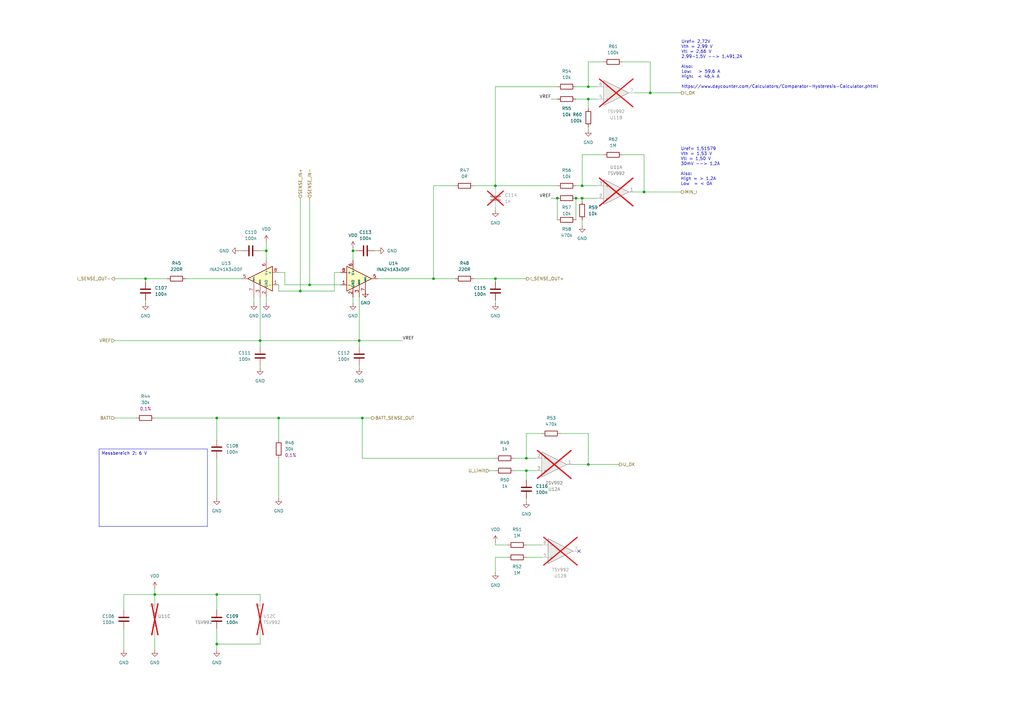
<source format=kicad_sch>
(kicad_sch
	(version 20231120)
	(generator "eeschema")
	(generator_version "8.0")
	(uuid "58b75845-72cf-4ea4-88c5-425bbdb0b8e3")
	(paper "A3")
	(lib_symbols
		(symbol "Amplifier_Current:INA241A2xDDF"
			(pin_names
				(offset 0.127)
			)
			(exclude_from_sim no)
			(in_bom yes)
			(on_board yes)
			(property "Reference" "U"
				(at 3.81 3.81 0)
				(effects
					(font
						(size 1.27 1.27)
					)
					(justify left)
				)
			)
			(property "Value" "INA241A2xDDF"
				(at 3.81 -2.54 0)
				(effects
					(font
						(size 1.27 1.27)
					)
					(justify left)
				)
			)
			(property "Footprint" "Package_TO_SOT_SMD:SOT-23-8"
				(at 0 -16.51 0)
				(effects
					(font
						(size 1.27 1.27)
					)
					(hide yes)
				)
			)
			(property "Datasheet" "https://www.ti.com/lit/ds/symlink/ina241b.pdf"
				(at 3.81 3.81 0)
				(effects
					(font
						(size 1.27 1.27)
					)
					(hide yes)
				)
			)
			(property "Description" "High- and Low-Side, Bidirectional, Zero-Drift, Current-Sense Amplifier With Enhanced PWM Rejection, 20V/V, ±0.01% Gain Accuracy, ±10 μV Offset Voltage, SOT-23-8"
				(at 0 0 0)
				(effects
					(font
						(size 1.27 1.27)
					)
					(hide yes)
				)
			)
			(property "ki_keywords" "current monitor shunt sensor bidirectional high low"
				(at 0 0 0)
				(effects
					(font
						(size 1.27 1.27)
					)
					(hide yes)
				)
			)
			(property "ki_fp_filters" "SOT?23*"
				(at 0 0 0)
				(effects
					(font
						(size 1.27 1.27)
					)
					(hide yes)
				)
			)
			(symbol "INA241A2xDDF_0_1"
				(polyline
					(pts
						(xy 5.08 0) (xy -5.08 5.08) (xy -5.08 -5.08) (xy 5.08 0)
					)
					(stroke
						(width 0.254)
						(type default)
					)
					(fill
						(type background)
					)
				)
			)
			(symbol "INA241A2xDDF_1_1"
				(pin input line
					(at -7.62 -2.54 0)
					(length 2.54)
					(name "-"
						(effects
							(font
								(size 1.27 1.27)
							)
						)
					)
					(number "1"
						(effects
							(font
								(size 1.27 1.27)
							)
						)
					)
				)
				(pin power_in line
					(at -2.54 -7.62 90)
					(length 3.81)
					(name "GND"
						(effects
							(font
								(size 1.016 1.016)
							)
						)
					)
					(number "2"
						(effects
							(font
								(size 1.27 1.27)
							)
						)
					)
				)
				(pin passive line
					(at 0 -7.62 90)
					(length 5.08)
					(name "REF2"
						(effects
							(font
								(size 0.508 0.508)
							)
						)
					)
					(number "3"
						(effects
							(font
								(size 1.27 1.27)
							)
						)
					)
				)
				(pin passive line
					(at -2.54 -7.62 90)
					(length 3.81) hide
					(name "GND"
						(effects
							(font
								(size 1.016 1.016)
							)
						)
					)
					(number "4"
						(effects
							(font
								(size 1.27 1.27)
							)
						)
					)
				)
				(pin output line
					(at 7.62 0 180)
					(length 2.54)
					(name "~"
						(effects
							(font
								(size 1.27 1.27)
							)
						)
					)
					(number "5"
						(effects
							(font
								(size 1.27 1.27)
							)
						)
					)
				)
				(pin power_in line
					(at -2.54 7.62 270)
					(length 3.81)
					(name "V+"
						(effects
							(font
								(size 1.016 1.016)
							)
						)
					)
					(number "6"
						(effects
							(font
								(size 1.27 1.27)
							)
						)
					)
				)
				(pin passive line
					(at 2.54 -7.62 90)
					(length 6.35)
					(name "REF1"
						(effects
							(font
								(size 0.508 0.508)
							)
						)
					)
					(number "7"
						(effects
							(font
								(size 1.27 1.27)
							)
						)
					)
				)
				(pin input line
					(at -7.62 2.54 0)
					(length 2.54)
					(name "+"
						(effects
							(font
								(size 1.27 1.27)
							)
						)
					)
					(number "8"
						(effects
							(font
								(size 1.27 1.27)
							)
						)
					)
				)
			)
		)
		(symbol "Device:C"
			(pin_numbers hide)
			(pin_names
				(offset 0.254)
			)
			(exclude_from_sim no)
			(in_bom yes)
			(on_board yes)
			(property "Reference" "C"
				(at 0.635 2.54 0)
				(effects
					(font
						(size 1.27 1.27)
					)
					(justify left)
				)
			)
			(property "Value" "C"
				(at 0.635 -2.54 0)
				(effects
					(font
						(size 1.27 1.27)
					)
					(justify left)
				)
			)
			(property "Footprint" ""
				(at 0.9652 -3.81 0)
				(effects
					(font
						(size 1.27 1.27)
					)
					(hide yes)
				)
			)
			(property "Datasheet" "~"
				(at 0 0 0)
				(effects
					(font
						(size 1.27 1.27)
					)
					(hide yes)
				)
			)
			(property "Description" "Unpolarized capacitor"
				(at 0 0 0)
				(effects
					(font
						(size 1.27 1.27)
					)
					(hide yes)
				)
			)
			(property "ki_keywords" "cap capacitor"
				(at 0 0 0)
				(effects
					(font
						(size 1.27 1.27)
					)
					(hide yes)
				)
			)
			(property "ki_fp_filters" "C_*"
				(at 0 0 0)
				(effects
					(font
						(size 1.27 1.27)
					)
					(hide yes)
				)
			)
			(symbol "C_0_1"
				(polyline
					(pts
						(xy -2.032 -0.762) (xy 2.032 -0.762)
					)
					(stroke
						(width 0.508)
						(type default)
					)
					(fill
						(type none)
					)
				)
				(polyline
					(pts
						(xy -2.032 0.762) (xy 2.032 0.762)
					)
					(stroke
						(width 0.508)
						(type default)
					)
					(fill
						(type none)
					)
				)
			)
			(symbol "C_1_1"
				(pin passive line
					(at 0 3.81 270)
					(length 2.794)
					(name "~"
						(effects
							(font
								(size 1.27 1.27)
							)
						)
					)
					(number "1"
						(effects
							(font
								(size 1.27 1.27)
							)
						)
					)
				)
				(pin passive line
					(at 0 -3.81 90)
					(length 2.794)
					(name "~"
						(effects
							(font
								(size 1.27 1.27)
							)
						)
					)
					(number "2"
						(effects
							(font
								(size 1.27 1.27)
							)
						)
					)
				)
			)
		)
		(symbol "Device:Opamp_Dual"
			(exclude_from_sim no)
			(in_bom yes)
			(on_board yes)
			(property "Reference" "U"
				(at 0 5.08 0)
				(effects
					(font
						(size 1.27 1.27)
					)
					(justify left)
				)
			)
			(property "Value" "Opamp_Dual"
				(at 0 -5.08 0)
				(effects
					(font
						(size 1.27 1.27)
					)
					(justify left)
				)
			)
			(property "Footprint" ""
				(at 0 0 0)
				(effects
					(font
						(size 1.27 1.27)
					)
					(hide yes)
				)
			)
			(property "Datasheet" "~"
				(at 0 0 0)
				(effects
					(font
						(size 1.27 1.27)
					)
					(hide yes)
				)
			)
			(property "Description" "Dual operational amplifier"
				(at 0 0 0)
				(effects
					(font
						(size 1.27 1.27)
					)
					(hide yes)
				)
			)
			(property "Sim.Library" "${KICAD7_SYMBOL_DIR}/Simulation_SPICE.sp"
				(at 0 0 0)
				(effects
					(font
						(size 1.27 1.27)
					)
					(hide yes)
				)
			)
			(property "Sim.Name" "kicad_builtin_opamp_dual"
				(at 0 0 0)
				(effects
					(font
						(size 1.27 1.27)
					)
					(hide yes)
				)
			)
			(property "Sim.Device" "SUBCKT"
				(at 0 0 0)
				(effects
					(font
						(size 1.27 1.27)
					)
					(hide yes)
				)
			)
			(property "Sim.Pins" "1=out1 2=in1- 3=in1+ 4=vee 5=in2+ 6=in2- 7=out2 8=vcc"
				(at 0 0 0)
				(effects
					(font
						(size 1.27 1.27)
					)
					(hide yes)
				)
			)
			(property "ki_locked" ""
				(at 0 0 0)
				(effects
					(font
						(size 1.27 1.27)
					)
				)
			)
			(property "ki_keywords" "dual opamp"
				(at 0 0 0)
				(effects
					(font
						(size 1.27 1.27)
					)
					(hide yes)
				)
			)
			(property "ki_fp_filters" "SOIC*3.9x4.9mm*P1.27mm* DIP*W7.62mm* MSOP*3x3mm*P0.65mm* SSOP*2.95x2.8mm*P0.65mm* TSSOP*3x3mm*P0.65mm* VSSOP*P0.5mm* TO?99*"
				(at 0 0 0)
				(effects
					(font
						(size 1.27 1.27)
					)
					(hide yes)
				)
			)
			(symbol "Opamp_Dual_1_1"
				(polyline
					(pts
						(xy -5.08 5.08) (xy 5.08 0) (xy -5.08 -5.08) (xy -5.08 5.08)
					)
					(stroke
						(width 0.254)
						(type default)
					)
					(fill
						(type background)
					)
				)
				(pin output line
					(at 7.62 0 180)
					(length 2.54)
					(name "~"
						(effects
							(font
								(size 1.27 1.27)
							)
						)
					)
					(number "1"
						(effects
							(font
								(size 1.27 1.27)
							)
						)
					)
				)
				(pin input line
					(at -7.62 -2.54 0)
					(length 2.54)
					(name "-"
						(effects
							(font
								(size 1.27 1.27)
							)
						)
					)
					(number "2"
						(effects
							(font
								(size 1.27 1.27)
							)
						)
					)
				)
				(pin input line
					(at -7.62 2.54 0)
					(length 2.54)
					(name "+"
						(effects
							(font
								(size 1.27 1.27)
							)
						)
					)
					(number "3"
						(effects
							(font
								(size 1.27 1.27)
							)
						)
					)
				)
			)
			(symbol "Opamp_Dual_2_1"
				(polyline
					(pts
						(xy -5.08 5.08) (xy 5.08 0) (xy -5.08 -5.08) (xy -5.08 5.08)
					)
					(stroke
						(width 0.254)
						(type default)
					)
					(fill
						(type background)
					)
				)
				(pin input line
					(at -7.62 2.54 0)
					(length 2.54)
					(name "+"
						(effects
							(font
								(size 1.27 1.27)
							)
						)
					)
					(number "5"
						(effects
							(font
								(size 1.27 1.27)
							)
						)
					)
				)
				(pin input line
					(at -7.62 -2.54 0)
					(length 2.54)
					(name "-"
						(effects
							(font
								(size 1.27 1.27)
							)
						)
					)
					(number "6"
						(effects
							(font
								(size 1.27 1.27)
							)
						)
					)
				)
				(pin output line
					(at 7.62 0 180)
					(length 2.54)
					(name "~"
						(effects
							(font
								(size 1.27 1.27)
							)
						)
					)
					(number "7"
						(effects
							(font
								(size 1.27 1.27)
							)
						)
					)
				)
			)
			(symbol "Opamp_Dual_3_1"
				(pin power_in line
					(at -2.54 -7.62 90)
					(length 3.81)
					(name "V-"
						(effects
							(font
								(size 1.27 1.27)
							)
						)
					)
					(number "4"
						(effects
							(font
								(size 1.27 1.27)
							)
						)
					)
				)
				(pin power_in line
					(at -2.54 7.62 270)
					(length 3.81)
					(name "V+"
						(effects
							(font
								(size 1.27 1.27)
							)
						)
					)
					(number "8"
						(effects
							(font
								(size 1.27 1.27)
							)
						)
					)
				)
			)
		)
		(symbol "Device:R"
			(pin_numbers hide)
			(pin_names
				(offset 0)
			)
			(exclude_from_sim no)
			(in_bom yes)
			(on_board yes)
			(property "Reference" "R"
				(at 2.032 0 90)
				(effects
					(font
						(size 1.27 1.27)
					)
				)
			)
			(property "Value" "R"
				(at 0 0 90)
				(effects
					(font
						(size 1.27 1.27)
					)
				)
			)
			(property "Footprint" ""
				(at -1.778 0 90)
				(effects
					(font
						(size 1.27 1.27)
					)
					(hide yes)
				)
			)
			(property "Datasheet" "~"
				(at 0 0 0)
				(effects
					(font
						(size 1.27 1.27)
					)
					(hide yes)
				)
			)
			(property "Description" "Resistor"
				(at 0 0 0)
				(effects
					(font
						(size 1.27 1.27)
					)
					(hide yes)
				)
			)
			(property "ki_keywords" "R res resistor"
				(at 0 0 0)
				(effects
					(font
						(size 1.27 1.27)
					)
					(hide yes)
				)
			)
			(property "ki_fp_filters" "R_*"
				(at 0 0 0)
				(effects
					(font
						(size 1.27 1.27)
					)
					(hide yes)
				)
			)
			(symbol "R_0_1"
				(rectangle
					(start -1.016 -2.54)
					(end 1.016 2.54)
					(stroke
						(width 0.254)
						(type default)
					)
					(fill
						(type none)
					)
				)
			)
			(symbol "R_1_1"
				(pin passive line
					(at 0 3.81 270)
					(length 1.27)
					(name "~"
						(effects
							(font
								(size 1.27 1.27)
							)
						)
					)
					(number "1"
						(effects
							(font
								(size 1.27 1.27)
							)
						)
					)
				)
				(pin passive line
					(at 0 -3.81 90)
					(length 1.27)
					(name "~"
						(effects
							(font
								(size 1.27 1.27)
							)
						)
					)
					(number "2"
						(effects
							(font
								(size 1.27 1.27)
							)
						)
					)
				)
			)
		)
		(symbol "power:GND"
			(power)
			(pin_numbers hide)
			(pin_names
				(offset 0) hide)
			(exclude_from_sim no)
			(in_bom yes)
			(on_board yes)
			(property "Reference" "#PWR"
				(at 0 -6.35 0)
				(effects
					(font
						(size 1.27 1.27)
					)
					(hide yes)
				)
			)
			(property "Value" "GND"
				(at 0 -3.81 0)
				(effects
					(font
						(size 1.27 1.27)
					)
				)
			)
			(property "Footprint" ""
				(at 0 0 0)
				(effects
					(font
						(size 1.27 1.27)
					)
					(hide yes)
				)
			)
			(property "Datasheet" ""
				(at 0 0 0)
				(effects
					(font
						(size 1.27 1.27)
					)
					(hide yes)
				)
			)
			(property "Description" "Power symbol creates a global label with name \"GND\" , ground"
				(at 0 0 0)
				(effects
					(font
						(size 1.27 1.27)
					)
					(hide yes)
				)
			)
			(property "ki_keywords" "global power"
				(at 0 0 0)
				(effects
					(font
						(size 1.27 1.27)
					)
					(hide yes)
				)
			)
			(symbol "GND_0_1"
				(polyline
					(pts
						(xy 0 0) (xy 0 -1.27) (xy 1.27 -1.27) (xy 0 -2.54) (xy -1.27 -1.27) (xy 0 -1.27)
					)
					(stroke
						(width 0)
						(type default)
					)
					(fill
						(type none)
					)
				)
			)
			(symbol "GND_1_1"
				(pin power_in line
					(at 0 0 270)
					(length 0)
					(name "~"
						(effects
							(font
								(size 1.27 1.27)
							)
						)
					)
					(number "1"
						(effects
							(font
								(size 1.27 1.27)
							)
						)
					)
				)
			)
		)
		(symbol "power:VDD"
			(power)
			(pin_numbers hide)
			(pin_names
				(offset 0) hide)
			(exclude_from_sim no)
			(in_bom yes)
			(on_board yes)
			(property "Reference" "#PWR"
				(at 0 -3.81 0)
				(effects
					(font
						(size 1.27 1.27)
					)
					(hide yes)
				)
			)
			(property "Value" "VDD"
				(at 0 3.556 0)
				(effects
					(font
						(size 1.27 1.27)
					)
				)
			)
			(property "Footprint" ""
				(at 0 0 0)
				(effects
					(font
						(size 1.27 1.27)
					)
					(hide yes)
				)
			)
			(property "Datasheet" ""
				(at 0 0 0)
				(effects
					(font
						(size 1.27 1.27)
					)
					(hide yes)
				)
			)
			(property "Description" "Power symbol creates a global label with name \"VDD\""
				(at 0 0 0)
				(effects
					(font
						(size 1.27 1.27)
					)
					(hide yes)
				)
			)
			(property "ki_keywords" "global power"
				(at 0 0 0)
				(effects
					(font
						(size 1.27 1.27)
					)
					(hide yes)
				)
			)
			(symbol "VDD_0_1"
				(polyline
					(pts
						(xy -0.762 1.27) (xy 0 2.54)
					)
					(stroke
						(width 0)
						(type default)
					)
					(fill
						(type none)
					)
				)
				(polyline
					(pts
						(xy 0 0) (xy 0 2.54)
					)
					(stroke
						(width 0)
						(type default)
					)
					(fill
						(type none)
					)
				)
				(polyline
					(pts
						(xy 0 2.54) (xy 0.762 1.27)
					)
					(stroke
						(width 0)
						(type default)
					)
					(fill
						(type none)
					)
				)
			)
			(symbol "VDD_1_1"
				(pin power_in line
					(at 0 0 90)
					(length 0)
					(name "~"
						(effects
							(font
								(size 1.27 1.27)
							)
						)
					)
					(number "1"
						(effects
							(font
								(size 1.27 1.27)
							)
						)
					)
				)
			)
		)
	)
	(junction
		(at 264.16 78.74)
		(diameter 0)
		(color 0 0 0 0)
		(uuid "031d6d34-aa0e-4415-9b84-24cff7c8eb66")
	)
	(junction
		(at 266.7 38.1)
		(diameter 0)
		(color 0 0 0 0)
		(uuid "0476c97c-ee04-4d97-8435-d6b264ba23cf")
	)
	(junction
		(at 228.6 81.28)
		(diameter 0)
		(color 0 0 0 0)
		(uuid "0cc08127-6e99-4ce8-bd41-8c9be7f0bc68")
	)
	(junction
		(at 88.9 171.45)
		(diameter 0)
		(color 0 0 0 0)
		(uuid "16398a64-5154-42b2-b7df-0bb92ae3deb6")
	)
	(junction
		(at 144.78 102.87)
		(diameter 0)
		(color 0 0 0 0)
		(uuid "297941ca-769f-40a1-89b5-0bd9a44e2a76")
	)
	(junction
		(at 109.22 102.87)
		(diameter 0)
		(color 0 0 0 0)
		(uuid "2b82b1bf-5c93-4386-ba0b-5f8a9238f2d0")
	)
	(junction
		(at 63.5 243.84)
		(diameter 0)
		(color 0 0 0 0)
		(uuid "2f2c43fd-facb-4c64-b73d-5dafa9944860")
	)
	(junction
		(at 203.2 114.3)
		(diameter 0)
		(color 0 0 0 0)
		(uuid "33b56f67-4f52-4d7f-8c73-e372955a9829")
	)
	(junction
		(at 177.8 114.3)
		(diameter 0)
		(color 0 0 0 0)
		(uuid "44576c3b-89c4-4428-9005-ea91b6aad3da")
	)
	(junction
		(at 88.9 264.16)
		(diameter 0)
		(color 0 0 0 0)
		(uuid "45c634c1-1a0d-4b1b-b0d3-c8ab28845f51")
	)
	(junction
		(at 215.9 193.04)
		(diameter 0)
		(color 0 0 0 0)
		(uuid "45ecfac8-8049-45a5-8542-8c22c72312f6")
	)
	(junction
		(at 241.3 40.64)
		(diameter 0)
		(color 0 0 0 0)
		(uuid "574f9c57-ccb8-4749-ac60-009c69f07811")
	)
	(junction
		(at 203.2 76.2)
		(diameter 0)
		(color 0 0 0 0)
		(uuid "5a655ab0-cef0-41b3-8fc9-85d470e7e347")
	)
	(junction
		(at 59.69 114.3)
		(diameter 0)
		(color 0 0 0 0)
		(uuid "63333ae7-02bf-4db3-a66e-2ce90ab09dac")
	)
	(junction
		(at 236.22 81.28)
		(diameter 0)
		(color 0 0 0 0)
		(uuid "6ccb489c-7daa-4612-ba93-1480eafdd177")
	)
	(junction
		(at 88.9 243.84)
		(diameter 0)
		(color 0 0 0 0)
		(uuid "6f117cbf-8f44-46b5-b3b5-aefdd394a790")
	)
	(junction
		(at 215.9 187.96)
		(diameter 0)
		(color 0 0 0 0)
		(uuid "708af042-8ad6-491e-88c1-af51e15aaedd")
	)
	(junction
		(at 241.3 190.5)
		(diameter 0)
		(color 0 0 0 0)
		(uuid "7af736cf-6fc6-40bb-85bf-6c76bdab66ed")
	)
	(junction
		(at 106.68 139.7)
		(diameter 0)
		(color 0 0 0 0)
		(uuid "81e6af00-7d47-4375-a43f-be0d1667a436")
	)
	(junction
		(at 127 116.84)
		(diameter 0)
		(color 0 0 0 0)
		(uuid "82a47aab-b921-48f0-a6ce-ff523d89298f")
	)
	(junction
		(at 123.19 119.38)
		(diameter 0)
		(color 0 0 0 0)
		(uuid "936b9664-ff5e-4669-8856-1b64c9a3ea89")
	)
	(junction
		(at 238.76 76.2)
		(diameter 0)
		(color 0 0 0 0)
		(uuid "a4a86c57-ce92-4b3f-8e77-ded4b7a5eb56")
	)
	(junction
		(at 241.3 35.56)
		(diameter 0)
		(color 0 0 0 0)
		(uuid "a5a825f6-f1b5-47a5-8a11-b895f5c5741d")
	)
	(junction
		(at 148.59 171.45)
		(diameter 0)
		(color 0 0 0 0)
		(uuid "b77aecf6-06c2-4c16-90a7-0c8565ea4a64")
	)
	(junction
		(at 114.3 171.45)
		(diameter 0)
		(color 0 0 0 0)
		(uuid "c085cf78-515b-4666-9506-8aa189b9f7c9")
	)
	(junction
		(at 238.76 81.28)
		(diameter 0)
		(color 0 0 0 0)
		(uuid "dec235ff-5131-43f5-8552-e194611469af")
	)
	(junction
		(at 147.32 139.7)
		(diameter 0)
		(color 0 0 0 0)
		(uuid "e94bed63-ebb5-44dd-bb3a-9e95e12734a7")
	)
	(no_connect
		(at 237.49 226.06)
		(uuid "b4baa025-c9ce-40bd-a44b-24f3b6eeaada")
	)
	(wire
		(pts
			(xy 139.7 116.84) (xy 127 116.84)
		)
		(stroke
			(width 0)
			(type default)
		)
		(uuid "032597d4-773b-4dda-adaf-3e87ac8150f6")
	)
	(wire
		(pts
			(xy 109.22 99.06) (xy 109.22 102.87)
		)
		(stroke
			(width 0)
			(type default)
		)
		(uuid "04498107-496f-43fd-8e21-20213e4623ee")
	)
	(wire
		(pts
			(xy 144.78 121.92) (xy 144.78 124.46)
		)
		(stroke
			(width 0)
			(type default)
		)
		(uuid "04ce69ea-caf4-4d05-b5fb-61812a72fca9")
	)
	(wire
		(pts
			(xy 236.22 40.64) (xy 241.3 40.64)
		)
		(stroke
			(width 0)
			(type default)
		)
		(uuid "06417414-ab83-40b4-8744-a40098a3cd84")
	)
	(wire
		(pts
			(xy 241.3 177.8) (xy 241.3 190.5)
		)
		(stroke
			(width 0)
			(type default)
		)
		(uuid "0909806d-a570-43c3-a1e7-babc77b9f04a")
	)
	(wire
		(pts
			(xy 200.66 193.04) (xy 203.2 193.04)
		)
		(stroke
			(width 0)
			(type default)
		)
		(uuid "0a30104f-291f-4caa-91b7-b48848537699")
	)
	(wire
		(pts
			(xy 194.31 114.3) (xy 203.2 114.3)
		)
		(stroke
			(width 0)
			(type default)
		)
		(uuid "0a4b9b26-64da-4c9a-b8b2-c3974fdaabb4")
	)
	(wire
		(pts
			(xy 208.28 228.6) (xy 203.2 228.6)
		)
		(stroke
			(width 0)
			(type default)
		)
		(uuid "0f61746b-4d4a-4abd-b218-cba9d9ce1e1c")
	)
	(wire
		(pts
			(xy 114.3 171.45) (xy 148.59 171.45)
		)
		(stroke
			(width 0)
			(type default)
		)
		(uuid "11b373c9-83ea-49c5-a963-f0eab21d86f5")
	)
	(wire
		(pts
			(xy 241.3 35.56) (xy 245.11 35.56)
		)
		(stroke
			(width 0)
			(type default)
		)
		(uuid "1df35325-24a6-4f67-86cb-8673907941fc")
	)
	(wire
		(pts
			(xy 139.7 111.76) (xy 137.16 111.76)
		)
		(stroke
			(width 0)
			(type default)
		)
		(uuid "1e0ae93d-2755-41e3-9cd1-9fad83f5b197")
	)
	(wire
		(pts
			(xy 88.9 187.96) (xy 88.9 204.47)
		)
		(stroke
			(width 0)
			(type default)
		)
		(uuid "1fdb1bef-212e-4e22-becb-3e1d97530520")
	)
	(wire
		(pts
			(xy 147.32 121.92) (xy 147.32 139.7)
		)
		(stroke
			(width 0)
			(type default)
		)
		(uuid "219124db-0668-4958-929d-d1ce3891be14")
	)
	(wire
		(pts
			(xy 109.22 102.87) (xy 109.22 106.68)
		)
		(stroke
			(width 0)
			(type default)
		)
		(uuid "23e5fcd3-2390-4f3c-837c-1a620ec854c3")
	)
	(wire
		(pts
			(xy 114.3 119.38) (xy 123.19 119.38)
		)
		(stroke
			(width 0)
			(type default)
		)
		(uuid "2888f2a0-8dd6-48a5-bc54-c3760b8f3b72")
	)
	(wire
		(pts
			(xy 63.5 243.84) (xy 63.5 246.38)
		)
		(stroke
			(width 0)
			(type default)
		)
		(uuid "2db0f052-f88c-4517-9e22-0bfcf2bfb68b")
	)
	(wire
		(pts
			(xy 88.9 264.16) (xy 106.68 264.16)
		)
		(stroke
			(width 0)
			(type default)
		)
		(uuid "2db48889-2e75-4c09-af72-263f9089e83e")
	)
	(wire
		(pts
			(xy 238.76 90.17) (xy 238.76 92.71)
		)
		(stroke
			(width 0)
			(type default)
		)
		(uuid "2e7d04e1-30bc-49c9-8434-bf4e85845dc7")
	)
	(wire
		(pts
			(xy 46.99 171.45) (xy 55.88 171.45)
		)
		(stroke
			(width 0)
			(type default)
		)
		(uuid "2e965139-d469-4365-8050-be9b1fe9cf22")
	)
	(wire
		(pts
			(xy 123.19 119.38) (xy 137.16 119.38)
		)
		(stroke
			(width 0)
			(type default)
		)
		(uuid "30339c3c-692f-4986-bbe1-f7c96b38da84")
	)
	(wire
		(pts
			(xy 208.28 223.52) (xy 203.2 223.52)
		)
		(stroke
			(width 0)
			(type default)
		)
		(uuid "31042503-ee51-4b95-a286-b486543c1195")
	)
	(wire
		(pts
			(xy 144.78 102.87) (xy 144.78 106.68)
		)
		(stroke
			(width 0)
			(type default)
		)
		(uuid "31e535b7-a1d1-4fa1-94d2-944d38ea0725")
	)
	(wire
		(pts
			(xy 63.5 261.62) (xy 63.5 266.7)
		)
		(stroke
			(width 0)
			(type default)
		)
		(uuid "322c7bdb-694d-4950-8c7c-6ead30e56b1f")
	)
	(wire
		(pts
			(xy 149.86 121.92) (xy 149.86 119.38)
		)
		(stroke
			(width 0)
			(type default)
		)
		(uuid "3479bfc1-e10b-4f51-8170-6e472c65fb36")
	)
	(wire
		(pts
			(xy 46.99 139.7) (xy 106.68 139.7)
		)
		(stroke
			(width 0)
			(type default)
		)
		(uuid "35a54593-c4df-4cb4-8fa9-269de0095543")
	)
	(wire
		(pts
			(xy 68.58 114.3) (xy 59.69 114.3)
		)
		(stroke
			(width 0)
			(type default)
		)
		(uuid "36441da7-757f-4c18-9af6-f945e442ac85")
	)
	(wire
		(pts
			(xy 226.06 81.28) (xy 228.6 81.28)
		)
		(stroke
			(width 0)
			(type default)
		)
		(uuid "368d90d2-945b-4888-87e8-dff899aac825")
	)
	(wire
		(pts
			(xy 266.7 25.4) (xy 266.7 38.1)
		)
		(stroke
			(width 0)
			(type default)
		)
		(uuid "380c7468-3386-44a8-b42f-a7c8a61e4b02")
	)
	(wire
		(pts
			(xy 177.8 114.3) (xy 186.69 114.3)
		)
		(stroke
			(width 0)
			(type default)
		)
		(uuid "389e4223-4aa7-4f6b-beff-9ae8c32994f8")
	)
	(wire
		(pts
			(xy 241.3 52.07) (xy 241.3 53.34)
		)
		(stroke
			(width 0)
			(type default)
		)
		(uuid "39777cfb-0c19-48a7-9e93-fb1b4a6a659c")
	)
	(wire
		(pts
			(xy 63.5 243.84) (xy 88.9 243.84)
		)
		(stroke
			(width 0)
			(type default)
		)
		(uuid "3a442d0e-6e6f-4081-84ab-afcec90444af")
	)
	(wire
		(pts
			(xy 88.9 243.84) (xy 106.68 243.84)
		)
		(stroke
			(width 0)
			(type default)
		)
		(uuid "3d23c8ee-382d-411c-b469-b90551b42275")
	)
	(wire
		(pts
			(xy 88.9 171.45) (xy 88.9 180.34)
		)
		(stroke
			(width 0)
			(type default)
		)
		(uuid "3d99b519-0949-4d18-8008-c40682ca56f3")
	)
	(wire
		(pts
			(xy 215.9 193.04) (xy 215.9 196.85)
		)
		(stroke
			(width 0)
			(type default)
		)
		(uuid "41ca10b5-a7bb-4029-b72c-2eccf09e4d73")
	)
	(wire
		(pts
			(xy 144.78 101.6) (xy 144.78 102.87)
		)
		(stroke
			(width 0)
			(type default)
		)
		(uuid "421d2b15-e094-475c-b52f-f4d61461302f")
	)
	(wire
		(pts
			(xy 215.9 204.47) (xy 215.9 205.74)
		)
		(stroke
			(width 0)
			(type default)
		)
		(uuid "42873bb3-8b92-4c8f-b0f7-25373a1e6966")
	)
	(wire
		(pts
			(xy 222.25 177.8) (xy 215.9 177.8)
		)
		(stroke
			(width 0)
			(type default)
		)
		(uuid "478acd9d-312a-43c8-9782-a43ef0ad0351")
	)
	(wire
		(pts
			(xy 264.16 78.74) (xy 279.4 78.74)
		)
		(stroke
			(width 0)
			(type default)
		)
		(uuid "4ae10357-5407-41f2-8d8e-b8775d76d924")
	)
	(wire
		(pts
			(xy 229.87 177.8) (xy 241.3 177.8)
		)
		(stroke
			(width 0)
			(type default)
		)
		(uuid "4bcc5f55-aa19-4caa-9a44-6edd15d3c174")
	)
	(wire
		(pts
			(xy 154.94 114.3) (xy 177.8 114.3)
		)
		(stroke
			(width 0)
			(type default)
		)
		(uuid "50c42bdd-1b14-4d29-836b-08e21fb313d5")
	)
	(wire
		(pts
			(xy 147.32 139.7) (xy 165.1 139.7)
		)
		(stroke
			(width 0)
			(type default)
		)
		(uuid "52a6beae-f9ba-4c34-83eb-6a24cf555ea3")
	)
	(wire
		(pts
			(xy 63.5 241.3) (xy 63.5 243.84)
		)
		(stroke
			(width 0)
			(type default)
		)
		(uuid "53c8cff0-710d-4ee6-8a97-734b731bd5e2")
	)
	(wire
		(pts
			(xy 266.7 38.1) (xy 279.4 38.1)
		)
		(stroke
			(width 0)
			(type default)
		)
		(uuid "54aaca51-c38e-4a6c-961c-7d5c9f1d0cf8")
	)
	(wire
		(pts
			(xy 203.2 35.56) (xy 203.2 76.2)
		)
		(stroke
			(width 0)
			(type default)
		)
		(uuid "56ea86a7-a243-4e9a-97bf-a4e80f969cc6")
	)
	(wire
		(pts
			(xy 238.76 81.28) (xy 238.76 82.55)
		)
		(stroke
			(width 0)
			(type default)
		)
		(uuid "57cfbd91-5d24-4635-b969-0409190fbf87")
	)
	(wire
		(pts
			(xy 148.59 187.96) (xy 148.59 171.45)
		)
		(stroke
			(width 0)
			(type default)
		)
		(uuid "59122892-ec76-4ebc-812c-de130be86ad4")
	)
	(wire
		(pts
			(xy 215.9 193.04) (xy 219.71 193.04)
		)
		(stroke
			(width 0)
			(type default)
		)
		(uuid "594a9432-89cd-41d7-9989-e0999138671c")
	)
	(wire
		(pts
			(xy 116.84 111.76) (xy 116.84 116.84)
		)
		(stroke
			(width 0)
			(type default)
		)
		(uuid "5a3abd87-47cd-49ad-8000-4cc53acc8a54")
	)
	(wire
		(pts
			(xy 127 116.84) (xy 116.84 116.84)
		)
		(stroke
			(width 0)
			(type default)
		)
		(uuid "5c5628c6-19b1-468f-8c57-10191caeaa73")
	)
	(wire
		(pts
			(xy 241.3 40.64) (xy 241.3 44.45)
		)
		(stroke
			(width 0)
			(type default)
		)
		(uuid "5f90cfec-4695-432b-85ed-12c31ec502dc")
	)
	(wire
		(pts
			(xy 255.27 63.5) (xy 264.16 63.5)
		)
		(stroke
			(width 0)
			(type default)
		)
		(uuid "5fc94fe8-5844-43c3-b332-2a1409ea088c")
	)
	(wire
		(pts
			(xy 88.9 264.16) (xy 88.9 266.7)
		)
		(stroke
			(width 0)
			(type default)
		)
		(uuid "62c471f1-4d70-430f-a5a3-b3b9d38680ed")
	)
	(wire
		(pts
			(xy 106.68 264.16) (xy 106.68 261.62)
		)
		(stroke
			(width 0)
			(type default)
		)
		(uuid "66c4db2f-1082-41d9-aca0-54a5d99b593d")
	)
	(wire
		(pts
			(xy 203.2 114.3) (xy 215.9 114.3)
		)
		(stroke
			(width 0)
			(type default)
		)
		(uuid "6ad50ac3-9224-4feb-bf68-d71735f08126")
	)
	(wire
		(pts
			(xy 76.2 114.3) (xy 99.06 114.3)
		)
		(stroke
			(width 0)
			(type default)
		)
		(uuid "6b48f495-51bf-44bc-b727-44338fd43c9a")
	)
	(wire
		(pts
			(xy 203.2 228.6) (xy 203.2 234.95)
		)
		(stroke
			(width 0)
			(type default)
		)
		(uuid "6c84e42f-df6e-4e1d-80db-c79adcb52fe8")
	)
	(wire
		(pts
			(xy 238.76 63.5) (xy 238.76 76.2)
		)
		(stroke
			(width 0)
			(type default)
		)
		(uuid "72cf7453-3e13-49d6-a7c7-6ac4c7705be9")
	)
	(wire
		(pts
			(xy 106.68 139.7) (xy 147.32 139.7)
		)
		(stroke
			(width 0)
			(type default)
		)
		(uuid "7409e2ed-da3c-4f4c-bd48-c9c77e7153e4")
	)
	(wire
		(pts
			(xy 247.65 25.4) (xy 241.3 25.4)
		)
		(stroke
			(width 0)
			(type default)
		)
		(uuid "747b0d75-755e-45dd-a7e2-d61642fd9157")
	)
	(wire
		(pts
			(xy 147.32 149.86) (xy 147.32 151.13)
		)
		(stroke
			(width 0)
			(type default)
		)
		(uuid "75bf36f6-9941-4ba7-9621-3e11a35dd5a6")
	)
	(wire
		(pts
			(xy 50.8 257.81) (xy 50.8 266.7)
		)
		(stroke
			(width 0)
			(type default)
		)
		(uuid "75ce3033-468d-46ca-abc2-ea7b203cf6a5")
	)
	(wire
		(pts
			(xy 106.68 149.86) (xy 106.68 151.13)
		)
		(stroke
			(width 0)
			(type default)
		)
		(uuid "75ffd8f6-d614-4e7e-ac8f-5c97bd1d2f24")
	)
	(wire
		(pts
			(xy 241.3 190.5) (xy 254 190.5)
		)
		(stroke
			(width 0)
			(type default)
		)
		(uuid "796d2999-af10-4dda-8dcf-95bc4234bddb")
	)
	(wire
		(pts
			(xy 104.14 121.92) (xy 104.14 124.46)
		)
		(stroke
			(width 0)
			(type default)
		)
		(uuid "7b4e9839-20f5-4928-ae01-817e212db89c")
	)
	(wire
		(pts
			(xy 238.76 81.28) (xy 245.11 81.28)
		)
		(stroke
			(width 0)
			(type default)
		)
		(uuid "7d582446-3cb4-4959-bde9-3bd6f5037a7d")
	)
	(wire
		(pts
			(xy 59.69 114.3) (xy 46.99 114.3)
		)
		(stroke
			(width 0)
			(type default)
		)
		(uuid "7e90608e-12a7-4067-a476-b37ce379f7a1")
	)
	(wire
		(pts
			(xy 236.22 76.2) (xy 238.76 76.2)
		)
		(stroke
			(width 0)
			(type default)
		)
		(uuid "80851b85-8294-4798-80f9-b3aea39d89f9")
	)
	(wire
		(pts
			(xy 203.2 85.09) (xy 203.2 86.36)
		)
		(stroke
			(width 0)
			(type default)
		)
		(uuid "87e0b8e4-0998-4ace-9a30-248aad3afd38")
	)
	(wire
		(pts
			(xy 234.95 190.5) (xy 241.3 190.5)
		)
		(stroke
			(width 0)
			(type default)
		)
		(uuid "893604b1-0c9b-4a2d-b43d-43b5e561233b")
	)
	(wire
		(pts
			(xy 114.3 116.84) (xy 114.3 119.38)
		)
		(stroke
			(width 0)
			(type default)
		)
		(uuid "91a97fe7-92a6-4ee5-b731-e7a3bcb2a6c2")
	)
	(wire
		(pts
			(xy 210.82 193.04) (xy 215.9 193.04)
		)
		(stroke
			(width 0)
			(type default)
		)
		(uuid "92a2484f-9d05-4748-9305-cc86ba8472f1")
	)
	(wire
		(pts
			(xy 228.6 35.56) (xy 203.2 35.56)
		)
		(stroke
			(width 0)
			(type default)
		)
		(uuid "978b6254-2e23-4070-a90a-552841d6b94f")
	)
	(wire
		(pts
			(xy 106.68 121.92) (xy 106.68 139.7)
		)
		(stroke
			(width 0)
			(type default)
		)
		(uuid "99028a56-353d-43db-8ee2-910b3a9f583a")
	)
	(wire
		(pts
			(xy 241.3 40.64) (xy 245.11 40.64)
		)
		(stroke
			(width 0)
			(type default)
		)
		(uuid "9a5f15c0-7031-4f81-a500-bdff4b10b96c")
	)
	(wire
		(pts
			(xy 109.22 121.92) (xy 109.22 124.46)
		)
		(stroke
			(width 0)
			(type default)
		)
		(uuid "9d9a7c1c-2c46-4dac-b70b-0648dba2d9ef")
	)
	(wire
		(pts
			(xy 114.3 171.45) (xy 114.3 180.34)
		)
		(stroke
			(width 0)
			(type default)
		)
		(uuid "9f06b3d6-7605-4177-8f5c-86f3f664dcf0")
	)
	(wire
		(pts
			(xy 59.69 114.3) (xy 59.69 115.57)
		)
		(stroke
			(width 0)
			(type default)
		)
		(uuid "a07bc517-2eee-4df2-89fd-6a922baf6d55")
	)
	(wire
		(pts
			(xy 99.06 102.87) (xy 97.79 102.87)
		)
		(stroke
			(width 0)
			(type default)
		)
		(uuid "a22f0edf-6f36-407b-a805-d487a9406766")
	)
	(wire
		(pts
			(xy 203.2 123.19) (xy 203.2 124.46)
		)
		(stroke
			(width 0)
			(type default)
		)
		(uuid "a2775462-7071-4140-839b-48e85b0034fc")
	)
	(wire
		(pts
			(xy 247.65 63.5) (xy 238.76 63.5)
		)
		(stroke
			(width 0)
			(type default)
		)
		(uuid "a31aedbe-26c5-49dc-ba52-c16880108107")
	)
	(wire
		(pts
			(xy 177.8 76.2) (xy 177.8 114.3)
		)
		(stroke
			(width 0)
			(type default)
		)
		(uuid "a5d3a8e6-f021-4e48-b856-7e829382d422")
	)
	(wire
		(pts
			(xy 88.9 171.45) (xy 114.3 171.45)
		)
		(stroke
			(width 0)
			(type default)
		)
		(uuid "a61c7f4f-4ae5-4d4d-9a91-e5b6bff71813")
	)
	(wire
		(pts
			(xy 255.27 25.4) (xy 266.7 25.4)
		)
		(stroke
			(width 0)
			(type default)
		)
		(uuid "a732709d-6f31-458b-a943-5a6600fbf739")
	)
	(wire
		(pts
			(xy 116.84 111.76) (xy 114.3 111.76)
		)
		(stroke
			(width 0)
			(type default)
		)
		(uuid "a7e94610-2036-49f8-938e-1957c183f69c")
	)
	(wire
		(pts
			(xy 203.2 76.2) (xy 228.6 76.2)
		)
		(stroke
			(width 0)
			(type default)
		)
		(uuid "ab26bc49-a18c-4715-9c3c-5110e5187464")
	)
	(wire
		(pts
			(xy 106.68 243.84) (xy 106.68 246.38)
		)
		(stroke
			(width 0)
			(type default)
		)
		(uuid "ad104615-6724-4752-8b98-00d170eaba39")
	)
	(wire
		(pts
			(xy 59.69 123.19) (xy 59.69 124.46)
		)
		(stroke
			(width 0)
			(type default)
		)
		(uuid "ae2a2a22-bd93-47cd-8b36-46e698ba2060")
	)
	(wire
		(pts
			(xy 114.3 187.96) (xy 114.3 204.47)
		)
		(stroke
			(width 0)
			(type default)
		)
		(uuid "af7fdae1-81a6-4ca3-b8f9-a8deb534e5e0")
	)
	(wire
		(pts
			(xy 123.19 81.28) (xy 123.19 119.38)
		)
		(stroke
			(width 0)
			(type default)
		)
		(uuid "afd74e9b-aef6-4593-acb2-17467fc7a83b")
	)
	(wire
		(pts
			(xy 50.8 250.19) (xy 50.8 243.84)
		)
		(stroke
			(width 0)
			(type default)
		)
		(uuid "b1c415a2-99ce-4a98-bad4-add9ff680342")
	)
	(wire
		(pts
			(xy 260.35 38.1) (xy 266.7 38.1)
		)
		(stroke
			(width 0)
			(type default)
		)
		(uuid "b217e28f-ba56-48e9-986e-c995e38f2c68")
	)
	(wire
		(pts
			(xy 236.22 81.28) (xy 238.76 81.28)
		)
		(stroke
			(width 0)
			(type default)
		)
		(uuid "b2e4639e-56b1-4f02-9d1a-a89587e32beb")
	)
	(wire
		(pts
			(xy 127 81.28) (xy 127 116.84)
		)
		(stroke
			(width 0)
			(type default)
		)
		(uuid "b3a51b3d-cf67-4ab3-9e0e-b2e90e020dd9")
	)
	(wire
		(pts
			(xy 106.68 139.7) (xy 106.68 142.24)
		)
		(stroke
			(width 0)
			(type default)
		)
		(uuid "b4180a2d-df85-431e-80c2-09ca4130127a")
	)
	(wire
		(pts
			(xy 236.22 81.28) (xy 236.22 90.17)
		)
		(stroke
			(width 0)
			(type default)
		)
		(uuid "bb292f64-81dc-463a-a97b-7f3d9d13c558")
	)
	(wire
		(pts
			(xy 236.22 35.56) (xy 241.3 35.56)
		)
		(stroke
			(width 0)
			(type default)
		)
		(uuid "c45bc6c4-dc32-4bb3-9a02-f3390492dbf8")
	)
	(wire
		(pts
			(xy 203.2 187.96) (xy 148.59 187.96)
		)
		(stroke
			(width 0)
			(type default)
		)
		(uuid "c4804b4d-c25e-4187-b919-c594e5df00cf")
	)
	(wire
		(pts
			(xy 215.9 223.52) (xy 222.25 223.52)
		)
		(stroke
			(width 0)
			(type default)
		)
		(uuid "c4cba311-4b3a-48a5-bc31-d55053e0c446")
	)
	(wire
		(pts
			(xy 146.05 102.87) (xy 144.78 102.87)
		)
		(stroke
			(width 0)
			(type default)
		)
		(uuid "c856a121-2c1a-4b59-a688-c9e34e219106")
	)
	(wire
		(pts
			(xy 260.35 78.74) (xy 264.16 78.74)
		)
		(stroke
			(width 0)
			(type default)
		)
		(uuid "c9082a16-ce77-4c9d-87b5-6c49704affc0")
	)
	(wire
		(pts
			(xy 186.69 76.2) (xy 177.8 76.2)
		)
		(stroke
			(width 0)
			(type default)
		)
		(uuid "ca98b683-c226-47ca-8420-3c1b67835e8f")
	)
	(wire
		(pts
			(xy 147.32 139.7) (xy 147.32 142.24)
		)
		(stroke
			(width 0)
			(type default)
		)
		(uuid "cf45771f-771f-4166-9a3a-766498f74cba")
	)
	(wire
		(pts
			(xy 203.2 114.3) (xy 203.2 115.57)
		)
		(stroke
			(width 0)
			(type default)
		)
		(uuid "d1bc68d3-69e1-40a1-b74a-027020d150a4")
	)
	(wire
		(pts
			(xy 215.9 187.96) (xy 219.71 187.96)
		)
		(stroke
			(width 0)
			(type default)
		)
		(uuid "d44c982c-0d09-42ac-a8a2-2592a088fcc4")
	)
	(wire
		(pts
			(xy 154.94 102.87) (xy 153.67 102.87)
		)
		(stroke
			(width 0)
			(type default)
		)
		(uuid "d527293c-d534-46d5-bd05-9162c46a01f4")
	)
	(wire
		(pts
			(xy 63.5 171.45) (xy 88.9 171.45)
		)
		(stroke
			(width 0)
			(type default)
		)
		(uuid "d59bec50-dd94-4f1e-84e0-1e2d24751536")
	)
	(wire
		(pts
			(xy 203.2 76.2) (xy 203.2 77.47)
		)
		(stroke
			(width 0)
			(type default)
		)
		(uuid "d8047268-63cb-477d-9c77-bed5b18073cd")
	)
	(wire
		(pts
			(xy 238.76 76.2) (xy 245.11 76.2)
		)
		(stroke
			(width 0)
			(type default)
		)
		(uuid "d83ddf6a-7010-4d09-815e-5d99c6acd782")
	)
	(wire
		(pts
			(xy 194.31 76.2) (xy 203.2 76.2)
		)
		(stroke
			(width 0)
			(type default)
		)
		(uuid "da245e6b-9f68-46de-b03a-28a4a8bd17a6")
	)
	(wire
		(pts
			(xy 226.06 40.64) (xy 228.6 40.64)
		)
		(stroke
			(width 0)
			(type default)
		)
		(uuid "da576f9f-4419-4fb2-88de-e013b3ad80b3")
	)
	(wire
		(pts
			(xy 241.3 25.4) (xy 241.3 35.56)
		)
		(stroke
			(width 0)
			(type default)
		)
		(uuid "da85df26-5cf1-4d1f-b92b-ee9b54196059")
	)
	(wire
		(pts
			(xy 148.59 171.45) (xy 152.4 171.45)
		)
		(stroke
			(width 0)
			(type default)
		)
		(uuid "db6a0a8e-dbb8-473a-8ad3-e4ca1de26dd1")
	)
	(wire
		(pts
			(xy 88.9 257.81) (xy 88.9 264.16)
		)
		(stroke
			(width 0)
			(type default)
		)
		(uuid "ddaadf9e-fc83-4b60-b3e7-d6d6a8fc47af")
	)
	(wire
		(pts
			(xy 228.6 81.28) (xy 228.6 90.17)
		)
		(stroke
			(width 0)
			(type default)
		)
		(uuid "de778385-b498-4100-8caf-e5f94fa39c53")
	)
	(wire
		(pts
			(xy 137.16 111.76) (xy 137.16 119.38)
		)
		(stroke
			(width 0)
			(type default)
		)
		(uuid "df8599fd-df89-468f-b1f8-2bae62a8df1f")
	)
	(wire
		(pts
			(xy 203.2 223.52) (xy 203.2 222.25)
		)
		(stroke
			(width 0)
			(type default)
		)
		(uuid "dfb41b82-52c5-4789-92ed-e41a717afa4d")
	)
	(wire
		(pts
			(xy 50.8 243.84) (xy 63.5 243.84)
		)
		(stroke
			(width 0)
			(type default)
		)
		(uuid "e6faba45-1fe4-4225-a394-38dc73c23d59")
	)
	(wire
		(pts
			(xy 264.16 63.5) (xy 264.16 78.74)
		)
		(stroke
			(width 0)
			(type default)
		)
		(uuid "ea3e5db8-5a11-44e4-8315-c84abecb9001")
	)
	(wire
		(pts
			(xy 210.82 187.96) (xy 215.9 187.96)
		)
		(stroke
			(width 0)
			(type default)
		)
		(uuid "ed6108ab-e2d3-4be0-b6e7-0b93b0faa5c1")
	)
	(wire
		(pts
			(xy 215.9 228.6) (xy 222.25 228.6)
		)
		(stroke
			(width 0)
			(type default)
		)
		(uuid "edb17bcf-aa03-4572-8b1c-3c9dc61a8999")
	)
	(wire
		(pts
			(xy 88.9 250.19) (xy 88.9 243.84)
		)
		(stroke
			(width 0)
			(type default)
		)
		(uuid "f3c1307b-20ee-4d5d-9948-b0f3f0749bc1")
	)
	(wire
		(pts
			(xy 215.9 177.8) (xy 215.9 187.96)
		)
		(stroke
			(width 0)
			(type default)
		)
		(uuid "f6af7382-2efa-4872-a20c-ea53f173491e")
	)
	(wire
		(pts
			(xy 109.22 102.87) (xy 106.68 102.87)
		)
		(stroke
			(width 0)
			(type default)
		)
		(uuid "fd49231c-30c4-4433-8738-0afcd6319b7b")
	)
	(text_box "Messbereich 2: 6 V\n"
		(exclude_from_sim no)
		(at 40.64 184.15 0)
		(size 44.45 31.75)
		(stroke
			(width 0)
			(type default)
		)
		(fill
			(type none)
		)
		(effects
			(font
				(face "KiCad Font")
				(size 1.27 1.27)
			)
			(justify left top)
		)
		(uuid "0f4a3d6b-1331-41ec-8e03-578c048fae70")
	)
	(text "Uref= 1,51579\nVth = 1,53 V\nVtl = 1,50 V\n30mV --> 1,2A\n\nAlso:\nHigh = > 1,2A \nLow  = < 0A\n"
		(exclude_from_sim no)
		(at 279.146 68.326 0)
		(effects
			(font
				(size 1.27 1.27)
			)
			(justify left)
		)
		(uuid "1a4b7525-a565-45dd-ad65-5b02adef9e14")
	)
	(text "Uref= 2,72V\nVth = 2,99 V\nVtl = 2,66 V\n2,99-1,5V --> 1,491,2A\n\nAlso:\nLow:   > 59,6 A\nHigh:  < 46,4 A\n\nhttps://www.daycounter.com/Calculators/Comparator-Hysteresis-Calculator.phtml\n"
		(exclude_from_sim no)
		(at 279.4 26.416 0)
		(effects
			(font
				(size 1.27 1.27)
			)
			(justify left)
		)
		(uuid "89652c26-a662-4df1-b0c4-ee8540bf3da9")
	)
	(label "VREF"
		(at 226.06 81.28 180)
		(fields_autoplaced yes)
		(effects
			(font
				(size 1.27 1.27)
			)
			(justify right bottom)
		)
		(uuid "0c4a64e7-ae18-4241-b662-29211e5be910")
	)
	(label "VREF"
		(at 165.1 139.7 0)
		(fields_autoplaced yes)
		(effects
			(font
				(size 1.27 1.27)
			)
			(justify left bottom)
		)
		(uuid "789f6d97-1f89-4768-a95a-5e4de4ce9fab")
	)
	(label "VREF"
		(at 226.06 40.64 180)
		(fields_autoplaced yes)
		(effects
			(font
				(size 1.27 1.27)
			)
			(justify right bottom)
		)
		(uuid "96099e2e-9ae7-46f8-b26d-1d6dbecb76d1")
	)
	(hierarchical_label "I_OK"
		(shape output)
		(at 279.4 38.1 0)
		(fields_autoplaced yes)
		(effects
			(font
				(size 1.27 1.27)
			)
			(justify left)
		)
		(uuid "3a2074b5-e5f1-425d-95a9-6b23bf96b2f4")
	)
	(hierarchical_label "BATT"
		(shape input)
		(at 46.99 171.45 180)
		(fields_autoplaced yes)
		(effects
			(font
				(size 1.27 1.27)
			)
			(justify right)
		)
		(uuid "4f60e6e9-ffe2-4d5e-b8c0-a5f5be58ea76")
	)
	(hierarchical_label "MIN_I"
		(shape output)
		(at 279.4 78.74 0)
		(fields_autoplaced yes)
		(effects
			(font
				(size 1.27 1.27)
			)
			(justify left)
		)
		(uuid "64dd42ee-6435-4f41-86a1-1698110e7307")
	)
	(hierarchical_label "BATT_SENSE_OUT"
		(shape output)
		(at 152.4 171.45 0)
		(fields_autoplaced yes)
		(effects
			(font
				(size 1.27 1.27)
			)
			(justify left)
		)
		(uuid "7af78dd3-9ecb-414c-85fd-926dd85cff36")
	)
	(hierarchical_label "SENSE_IN+"
		(shape input)
		(at 123.19 81.28 90)
		(fields_autoplaced yes)
		(effects
			(font
				(size 1.27 1.27)
			)
			(justify left)
		)
		(uuid "81983f83-a262-459c-9fd4-0cbdba457dab")
	)
	(hierarchical_label "U_OK"
		(shape output)
		(at 254 190.5 0)
		(fields_autoplaced yes)
		(effects
			(font
				(size 1.27 1.27)
			)
			(justify left)
		)
		(uuid "a975e202-5076-450e-a6a7-a6d3aaa08134")
	)
	(hierarchical_label "U_Limit"
		(shape input)
		(at 200.66 193.04 180)
		(fields_autoplaced yes)
		(effects
			(font
				(size 1.27 1.27)
			)
			(justify right)
		)
		(uuid "b779bca1-a70a-4985-a268-6b2965db2781")
	)
	(hierarchical_label "SENSE_IN-"
		(shape input)
		(at 127 81.28 90)
		(fields_autoplaced yes)
		(effects
			(font
				(size 1.27 1.27)
			)
			(justify left)
		)
		(uuid "dae4d289-2c4a-43f0-8dab-cd5f7dee9e72")
	)
	(hierarchical_label "I_SENSE_OUT-"
		(shape output)
		(at 46.99 114.3 180)
		(fields_autoplaced yes)
		(effects
			(font
				(size 1.27 1.27)
			)
			(justify right)
		)
		(uuid "e4bab393-e71a-43d7-80f7-8963d58259dd")
	)
	(hierarchical_label "VREF"
		(shape input)
		(at 46.99 139.7 180)
		(fields_autoplaced yes)
		(effects
			(font
				(size 1.27 1.27)
			)
			(justify right)
		)
		(uuid "e7ea617d-a988-446f-8884-101094633359")
	)
	(hierarchical_label "I_SENSE_OUT+"
		(shape output)
		(at 215.9 114.3 0)
		(fields_autoplaced yes)
		(effects
			(font
				(size 1.27 1.27)
			)
			(justify left)
		)
		(uuid "f58ab462-0552-4abe-8e8b-748ec66a0ded")
	)
	(symbol
		(lib_id "power:GND")
		(at 154.94 102.87 90)
		(unit 1)
		(exclude_from_sim no)
		(in_bom yes)
		(on_board yes)
		(dnp no)
		(fields_autoplaced yes)
		(uuid "01beac3d-71e4-452c-b635-ce062396f28d")
		(property "Reference" "#PWR0164"
			(at 161.29 102.87 0)
			(effects
				(font
					(size 1.27 1.27)
				)
				(hide yes)
			)
		)
		(property "Value" "GND"
			(at 158.75 102.8699 90)
			(effects
				(font
					(size 1.27 1.27)
				)
				(justify right)
			)
		)
		(property "Footprint" ""
			(at 154.94 102.87 0)
			(effects
				(font
					(size 1.27 1.27)
				)
				(hide yes)
			)
		)
		(property "Datasheet" ""
			(at 154.94 102.87 0)
			(effects
				(font
					(size 1.27 1.27)
				)
				(hide yes)
			)
		)
		(property "Description" "Power symbol creates a global label with name \"GND\" , ground"
			(at 154.94 102.87 0)
			(effects
				(font
					(size 1.27 1.27)
				)
				(hide yes)
			)
		)
		(pin "1"
			(uuid "dafa21d0-d918-498b-bbb1-6bd931a441f3")
		)
		(instances
			(project "power_board"
				(path "/2162bbef-6768-44bd-9de5-92e503eebcbe/56cd7d1d-fff1-464a-b00c-986988782f2b"
					(reference "#PWR0164")
					(unit 1)
				)
			)
		)
	)
	(symbol
		(lib_id "power:GND")
		(at 106.68 151.13 0)
		(mirror y)
		(unit 1)
		(exclude_from_sim no)
		(in_bom yes)
		(on_board yes)
		(dnp no)
		(fields_autoplaced yes)
		(uuid "043d3f93-ea86-4de0-8d1b-1a42f694e7fb")
		(property "Reference" "#PWR0156"
			(at 106.68 157.48 0)
			(effects
				(font
					(size 1.27 1.27)
				)
				(hide yes)
			)
		)
		(property "Value" "GND"
			(at 106.68 156.21 0)
			(effects
				(font
					(size 1.27 1.27)
				)
			)
		)
		(property "Footprint" ""
			(at 106.68 151.13 0)
			(effects
				(font
					(size 1.27 1.27)
				)
				(hide yes)
			)
		)
		(property "Datasheet" ""
			(at 106.68 151.13 0)
			(effects
				(font
					(size 1.27 1.27)
				)
				(hide yes)
			)
		)
		(property "Description" "Power symbol creates a global label with name \"GND\" , ground"
			(at 106.68 151.13 0)
			(effects
				(font
					(size 1.27 1.27)
				)
				(hide yes)
			)
		)
		(pin "1"
			(uuid "9470d701-bd69-4dba-80b5-c33c75fa570f")
		)
		(instances
			(project "power_board"
				(path "/2162bbef-6768-44bd-9de5-92e503eebcbe/56cd7d1d-fff1-464a-b00c-986988782f2b"
					(reference "#PWR0156")
					(unit 1)
				)
			)
		)
	)
	(symbol
		(lib_id "Device:C")
		(at 147.32 146.05 0)
		(mirror y)
		(unit 1)
		(exclude_from_sim no)
		(in_bom yes)
		(on_board yes)
		(dnp no)
		(fields_autoplaced yes)
		(uuid "053c78ed-bd05-4010-9acb-465b94b42b31")
		(property "Reference" "C112"
			(at 143.51 144.7799 0)
			(effects
				(font
					(size 1.27 1.27)
				)
				(justify left)
			)
		)
		(property "Value" "100n"
			(at 143.51 147.3199 0)
			(effects
				(font
					(size 1.27 1.27)
				)
				(justify left)
			)
		)
		(property "Footprint" "Capacitor_SMD:C_0603_1608Metric"
			(at 146.3548 149.86 0)
			(effects
				(font
					(size 1.27 1.27)
				)
				(hide yes)
			)
		)
		(property "Datasheet" "~"
			(at 147.32 146.05 0)
			(effects
				(font
					(size 1.27 1.27)
				)
				(hide yes)
			)
		)
		(property "Description" "100n 10% 100V X7R 0603 SMD"
			(at 147.32 146.05 0)
			(effects
				(font
					(size 1.27 1.27)
				)
				(hide yes)
			)
		)
		(property "ECS Art#" "C457"
			(at 147.32 146.05 0)
			(effects
				(font
					(size 1.27 1.27)
				)
				(hide yes)
			)
		)
		(property "HAN" "CC0603KRX7R0BB104"
			(at 147.32 146.05 0)
			(effects
				(font
					(size 1.27 1.27)
				)
				(hide yes)
			)
		)
		(property "Voltage" "100V"
			(at 147.32 146.05 0)
			(effects
				(font
					(size 1.27 1.27)
				)
				(hide yes)
			)
		)
		(pin "1"
			(uuid "56359a9b-f6ca-4a3f-997c-4a65039b6e2b")
		)
		(pin "2"
			(uuid "e1c9e74d-d42a-4552-9d59-6a8c2d5927d9")
		)
		(instances
			(project "power_board"
				(path "/2162bbef-6768-44bd-9de5-92e503eebcbe/56cd7d1d-fff1-464a-b00c-986988782f2b"
					(reference "C112")
					(unit 1)
				)
			)
		)
	)
	(symbol
		(lib_id "Device:C")
		(at 149.86 102.87 90)
		(unit 1)
		(exclude_from_sim no)
		(in_bom yes)
		(on_board yes)
		(dnp no)
		(fields_autoplaced yes)
		(uuid "06968e07-da80-4e4a-a8b0-a35d7a8f61db")
		(property "Reference" "C113"
			(at 149.86 95.25 90)
			(effects
				(font
					(size 1.27 1.27)
				)
			)
		)
		(property "Value" "100n"
			(at 149.86 97.79 90)
			(effects
				(font
					(size 1.27 1.27)
				)
			)
		)
		(property "Footprint" "Capacitor_SMD:C_0603_1608Metric"
			(at 153.67 101.9048 0)
			(effects
				(font
					(size 1.27 1.27)
				)
				(hide yes)
			)
		)
		(property "Datasheet" "~"
			(at 149.86 102.87 0)
			(effects
				(font
					(size 1.27 1.27)
				)
				(hide yes)
			)
		)
		(property "Description" "100n 10% 100V X7R 0603 SMD"
			(at 149.86 102.87 0)
			(effects
				(font
					(size 1.27 1.27)
				)
				(hide yes)
			)
		)
		(property "ECS Art#" "C457"
			(at 149.86 102.87 0)
			(effects
				(font
					(size 1.27 1.27)
				)
				(hide yes)
			)
		)
		(property "HAN" "CC0603KRX7R0BB104"
			(at 149.86 102.87 0)
			(effects
				(font
					(size 1.27 1.27)
				)
				(hide yes)
			)
		)
		(property "Voltage" "100V"
			(at 149.86 102.87 0)
			(effects
				(font
					(size 1.27 1.27)
				)
				(hide yes)
			)
		)
		(pin "1"
			(uuid "bf1ee41f-e278-4d26-8388-48fe7822fb20")
		)
		(pin "2"
			(uuid "960de17c-51f1-4525-9d10-410c562e3bba")
		)
		(instances
			(project "power_board"
				(path "/2162bbef-6768-44bd-9de5-92e503eebcbe/56cd7d1d-fff1-464a-b00c-986988782f2b"
					(reference "C113")
					(unit 1)
				)
			)
		)
	)
	(symbol
		(lib_id "Device:R")
		(at 226.06 177.8 90)
		(mirror x)
		(unit 1)
		(exclude_from_sim no)
		(in_bom yes)
		(on_board yes)
		(dnp no)
		(fields_autoplaced yes)
		(uuid "06aeafb9-97aa-4dd1-89b4-ebb3f1d35566")
		(property "Reference" "R53"
			(at 226.06 171.45 90)
			(effects
				(font
					(size 1.27 1.27)
				)
			)
		)
		(property "Value" "470k"
			(at 226.06 173.99 90)
			(effects
				(font
					(size 1.27 1.27)
				)
			)
		)
		(property "Footprint" "Resistor_SMD:R_0603_1608Metric"
			(at 226.06 176.022 90)
			(effects
				(font
					(size 1.27 1.27)
				)
				(hide yes)
			)
		)
		(property "Datasheet" "~"
			(at 226.06 177.8 0)
			(effects
				(font
					(size 1.27 1.27)
				)
				(hide yes)
			)
		)
		(property "Description" "470k0 0,1W 1% 0603 SMD"
			(at 226.06 177.8 0)
			(effects
				(font
					(size 1.27 1.27)
				)
				(hide yes)
			)
		)
		(property "Toleranz" ""
			(at 228.5999 180.34 0)
			(effects
				(font
					(size 1.27 1.27)
				)
				(justify left)
			)
		)
		(property "ECS Art#" "R261"
			(at 226.06 177.8 0)
			(effects
				(font
					(size 1.27 1.27)
				)
				(hide yes)
			)
		)
		(property "Voltage" ""
			(at 226.06 177.8 0)
			(effects
				(font
					(size 1.27 1.27)
				)
			)
		)
		(property "HAN" "RC0603FR-07470KL"
			(at 226.06 177.8 0)
			(effects
				(font
					(size 1.27 1.27)
				)
				(hide yes)
			)
		)
		(pin "1"
			(uuid "2ecd631b-855d-4038-8b81-8923a4c5b79c")
		)
		(pin "2"
			(uuid "e75180f9-bb5d-477c-bd31-66f7cf3df6b0")
		)
		(instances
			(project "power_board"
				(path "/2162bbef-6768-44bd-9de5-92e503eebcbe/56cd7d1d-fff1-464a-b00c-986988782f2b"
					(reference "R53")
					(unit 1)
				)
			)
		)
	)
	(symbol
		(lib_id "power:GND")
		(at 104.14 124.46 0)
		(mirror y)
		(unit 1)
		(exclude_from_sim no)
		(in_bom yes)
		(on_board yes)
		(dnp no)
		(fields_autoplaced yes)
		(uuid "0af174b4-6fa1-4511-84c3-3b3054989b8e")
		(property "Reference" "#PWR0155"
			(at 104.14 130.81 0)
			(effects
				(font
					(size 1.27 1.27)
				)
				(hide yes)
			)
		)
		(property "Value" "GND"
			(at 104.14 129.54 0)
			(effects
				(font
					(size 1.27 1.27)
				)
			)
		)
		(property "Footprint" ""
			(at 104.14 124.46 0)
			(effects
				(font
					(size 1.27 1.27)
				)
				(hide yes)
			)
		)
		(property "Datasheet" ""
			(at 104.14 124.46 0)
			(effects
				(font
					(size 1.27 1.27)
				)
				(hide yes)
			)
		)
		(property "Description" "Power symbol creates a global label with name \"GND\" , ground"
			(at 104.14 124.46 0)
			(effects
				(font
					(size 1.27 1.27)
				)
				(hide yes)
			)
		)
		(pin "1"
			(uuid "d39c022a-2dd6-488a-b874-2418cec996ed")
		)
		(instances
			(project "power_board"
				(path "/2162bbef-6768-44bd-9de5-92e503eebcbe/56cd7d1d-fff1-464a-b00c-986988782f2b"
					(reference "#PWR0155")
					(unit 1)
				)
			)
		)
	)
	(symbol
		(lib_id "Device:Opamp_Dual")
		(at 104.14 254 0)
		(mirror y)
		(unit 3)
		(exclude_from_sim no)
		(in_bom yes)
		(on_board yes)
		(dnp yes)
		(fields_autoplaced yes)
		(uuid "12842012-d144-482b-becb-d02cf5db3e77")
		(property "Reference" "U12"
			(at 107.95 252.7299 0)
			(effects
				(font
					(size 1.27 1.27)
				)
				(justify right)
			)
		)
		(property "Value" "TSV992"
			(at 107.95 255.2699 0)
			(effects
				(font
					(size 1.27 1.27)
				)
				(justify right)
			)
		)
		(property "Footprint" "Package_SO:SOIC-8_3.9x4.9mm_P1.27mm"
			(at 104.14 254 0)
			(effects
				(font
					(size 1.27 1.27)
				)
				(hide yes)
			)
		)
		(property "Datasheet" "~"
			(at 104.14 254 0)
			(effects
				(font
					(size 1.27 1.27)
				)
				(hide yes)
			)
		)
		(property "Description" "TSV992AIDT OP-VERSTÄRKER DUAL 20 MHZ 2 10V/µs 2.5 V BIS 5.5V SOIC 8"
			(at 104.14 254 0)
			(effects
				(font
					(size 1.27 1.27)
				)
				(hide yes)
			)
		)
		(property "Toleranz" ""
			(at 104.14 254 0)
			(effects
				(font
					(size 1.27 1.27)
				)
			)
		)
		(property "Voltage" ""
			(at 104.14 254 0)
			(effects
				(font
					(size 1.27 1.27)
				)
			)
		)
		(property "ECS Art#" "IC222"
			(at 104.14 254 0)
			(effects
				(font
					(size 1.27 1.27)
				)
				(hide yes)
			)
		)
		(property "HAN" "TSV992AIDT"
			(at 104.14 254 0)
			(effects
				(font
					(size 1.27 1.27)
				)
				(hide yes)
			)
		)
		(pin "8"
			(uuid "c01db77e-b738-4498-8edf-e17eacf5f0c2")
		)
		(pin "1"
			(uuid "953baf2c-35c1-48a2-9c55-b1813ac7fc3b")
		)
		(pin "7"
			(uuid "0f854d84-bdfe-406a-a83d-21c126704d65")
		)
		(pin "5"
			(uuid "49102e86-1ff4-44d0-9d0a-bce316cc98fc")
		)
		(pin "3"
			(uuid "da586e68-951d-4bc0-bd2a-b9e48d21c001")
		)
		(pin "4"
			(uuid "c41e505d-2593-407a-bb03-6b109ed3cfee")
		)
		(pin "2"
			(uuid "2268d5f2-0171-4945-9eaa-a2054bbc54af")
		)
		(pin "6"
			(uuid "c9643572-b7fb-4a33-8f17-8a59ad833fc2")
		)
		(instances
			(project "power_board"
				(path "/2162bbef-6768-44bd-9de5-92e503eebcbe/56cd7d1d-fff1-464a-b00c-986988782f2b"
					(reference "U12")
					(unit 3)
				)
			)
		)
	)
	(symbol
		(lib_id "power:VDD")
		(at 109.22 99.06 0)
		(unit 1)
		(exclude_from_sim no)
		(in_bom yes)
		(on_board yes)
		(dnp no)
		(fields_autoplaced yes)
		(uuid "132cdd21-7c62-4e5f-8fdc-44bf3ba31cc7")
		(property "Reference" "#PWR0157"
			(at 109.22 102.87 0)
			(effects
				(font
					(size 1.27 1.27)
				)
				(hide yes)
			)
		)
		(property "Value" "VDD"
			(at 109.22 93.98 0)
			(effects
				(font
					(size 1.27 1.27)
				)
			)
		)
		(property "Footprint" ""
			(at 109.22 99.06 0)
			(effects
				(font
					(size 1.27 1.27)
				)
				(hide yes)
			)
		)
		(property "Datasheet" ""
			(at 109.22 99.06 0)
			(effects
				(font
					(size 1.27 1.27)
				)
				(hide yes)
			)
		)
		(property "Description" "Power symbol creates a global label with name \"VDD\""
			(at 109.22 99.06 0)
			(effects
				(font
					(size 1.27 1.27)
				)
				(hide yes)
			)
		)
		(pin "1"
			(uuid "4b8c30ff-2d9c-43e2-b833-2a8480f36a7f")
		)
		(instances
			(project "power_board"
				(path "/2162bbef-6768-44bd-9de5-92e503eebcbe/56cd7d1d-fff1-464a-b00c-986988782f2b"
					(reference "#PWR0157")
					(unit 1)
				)
			)
		)
	)
	(symbol
		(lib_id "Device:R")
		(at 190.5 114.3 90)
		(mirror x)
		(unit 1)
		(exclude_from_sim no)
		(in_bom yes)
		(on_board yes)
		(dnp no)
		(fields_autoplaced yes)
		(uuid "14730885-8626-46b0-a44d-fb668fdec927")
		(property "Reference" "R48"
			(at 190.5 107.95 90)
			(effects
				(font
					(size 1.27 1.27)
				)
			)
		)
		(property "Value" "220R"
			(at 190.5 110.49 90)
			(effects
				(font
					(size 1.27 1.27)
				)
			)
		)
		(property "Footprint" "Resistor_SMD:R_0603_1608Metric"
			(at 190.5 112.522 90)
			(effects
				(font
					(size 1.27 1.27)
				)
				(hide yes)
			)
		)
		(property "Datasheet" "~"
			(at 190.5 114.3 0)
			(effects
				(font
					(size 1.27 1.27)
				)
				(hide yes)
			)
		)
		(property "Description" "220R0 0,1W 1% 0603 SMD"
			(at 190.5 114.3 0)
			(effects
				(font
					(size 1.27 1.27)
				)
				(hide yes)
			)
		)
		(property "Toleranz" ""
			(at 193.0399 116.84 0)
			(effects
				(font
					(size 1.27 1.27)
				)
				(justify left)
			)
		)
		(property "ECS Art#" "R181"
			(at 190.5 114.3 0)
			(effects
				(font
					(size 1.27 1.27)
				)
				(hide yes)
			)
		)
		(property "Voltage" ""
			(at 190.5 114.3 0)
			(effects
				(font
					(size 1.27 1.27)
				)
			)
		)
		(property "HAN" "RC0603FR-07220RL"
			(at 190.5 114.3 0)
			(effects
				(font
					(size 1.27 1.27)
				)
				(hide yes)
			)
		)
		(pin "1"
			(uuid "c2f4a83c-56cd-46dc-a057-0d8b6d15f434")
		)
		(pin "2"
			(uuid "1f455efb-9fe1-4fff-8d7d-f2d47712f292")
		)
		(instances
			(project "power_board"
				(path "/2162bbef-6768-44bd-9de5-92e503eebcbe/56cd7d1d-fff1-464a-b00c-986988782f2b"
					(reference "R48")
					(unit 1)
				)
			)
		)
	)
	(symbol
		(lib_id "power:GND")
		(at 88.9 266.7 0)
		(mirror y)
		(unit 1)
		(exclude_from_sim no)
		(in_bom yes)
		(on_board yes)
		(dnp no)
		(fields_autoplaced yes)
		(uuid "1f0670be-b906-46af-9c3c-82a25446d8d6")
		(property "Reference" "#PWR0153"
			(at 88.9 273.05 0)
			(effects
				(font
					(size 1.27 1.27)
				)
				(hide yes)
			)
		)
		(property "Value" "GND"
			(at 88.9 271.78 0)
			(effects
				(font
					(size 1.27 1.27)
				)
			)
		)
		(property "Footprint" ""
			(at 88.9 266.7 0)
			(effects
				(font
					(size 1.27 1.27)
				)
				(hide yes)
			)
		)
		(property "Datasheet" ""
			(at 88.9 266.7 0)
			(effects
				(font
					(size 1.27 1.27)
				)
				(hide yes)
			)
		)
		(property "Description" "Power symbol creates a global label with name \"GND\" , ground"
			(at 88.9 266.7 0)
			(effects
				(font
					(size 1.27 1.27)
				)
				(hide yes)
			)
		)
		(pin "1"
			(uuid "404bb73b-7db7-406d-8a0e-54171b269aba")
		)
		(instances
			(project "power_board"
				(path "/2162bbef-6768-44bd-9de5-92e503eebcbe/56cd7d1d-fff1-464a-b00c-986988782f2b"
					(reference "#PWR0153")
					(unit 1)
				)
			)
		)
	)
	(symbol
		(lib_id "Device:R")
		(at 190.5 76.2 90)
		(mirror x)
		(unit 1)
		(exclude_from_sim no)
		(in_bom yes)
		(on_board yes)
		(dnp no)
		(fields_autoplaced yes)
		(uuid "2153aca0-12f9-4220-a0f7-e18a39a48f8a")
		(property "Reference" "R47"
			(at 190.5 69.85 90)
			(effects
				(font
					(size 1.27 1.27)
				)
			)
		)
		(property "Value" "0R"
			(at 190.5 72.39 90)
			(effects
				(font
					(size 1.27 1.27)
				)
			)
		)
		(property "Footprint" "Resistor_SMD:R_0603_1608Metric"
			(at 190.5 74.422 90)
			(effects
				(font
					(size 1.27 1.27)
				)
				(hide yes)
			)
		)
		(property "Datasheet" "~"
			(at 190.5 76.2 0)
			(effects
				(font
					(size 1.27 1.27)
				)
				(hide yes)
			)
		)
		(property "Description" "0R0 0603 SMD"
			(at 190.5 76.2 0)
			(effects
				(font
					(size 1.27 1.27)
				)
				(hide yes)
			)
		)
		(property "Toleranz" ""
			(at 193.0399 78.74 0)
			(effects
				(font
					(size 1.27 1.27)
				)
				(justify left)
			)
		)
		(property "ECS Art#" "R504"
			(at 190.5 76.2 0)
			(effects
				(font
					(size 1.27 1.27)
				)
				(hide yes)
			)
		)
		(property "Voltage" ""
			(at 190.5 76.2 0)
			(effects
				(font
					(size 1.27 1.27)
				)
			)
		)
		(property "HAN" "CRCW06030000Z0TABC"
			(at 190.5 76.2 0)
			(effects
				(font
					(size 1.27 1.27)
				)
				(hide yes)
			)
		)
		(pin "1"
			(uuid "5d91db6c-dc47-4610-bd7b-48b33aff3fe8")
		)
		(pin "2"
			(uuid "3a4b31c7-5fe1-4da6-8429-28d4c38acf51")
		)
		(instances
			(project "power_board"
				(path "/2162bbef-6768-44bd-9de5-92e503eebcbe/56cd7d1d-fff1-464a-b00c-986988782f2b"
					(reference "R47")
					(unit 1)
				)
			)
		)
	)
	(symbol
		(lib_id "Device:C")
		(at 50.8 254 0)
		(mirror y)
		(unit 1)
		(exclude_from_sim no)
		(in_bom yes)
		(on_board yes)
		(dnp no)
		(fields_autoplaced yes)
		(uuid "254b509a-9cdd-4f31-98ae-a53e8e8af295")
		(property "Reference" "C106"
			(at 46.99 252.7299 0)
			(effects
				(font
					(size 1.27 1.27)
				)
				(justify left)
			)
		)
		(property "Value" "100n"
			(at 46.99 255.2699 0)
			(effects
				(font
					(size 1.27 1.27)
				)
				(justify left)
			)
		)
		(property "Footprint" "Capacitor_SMD:C_0603_1608Metric"
			(at 49.8348 257.81 0)
			(effects
				(font
					(size 1.27 1.27)
				)
				(hide yes)
			)
		)
		(property "Datasheet" "~"
			(at 50.8 254 0)
			(effects
				(font
					(size 1.27 1.27)
				)
				(hide yes)
			)
		)
		(property "Description" "100n 10% 100V X7R 0603 SMD"
			(at 50.8 254 0)
			(effects
				(font
					(size 1.27 1.27)
				)
				(hide yes)
			)
		)
		(property "ECS Art#" "C457"
			(at 50.8 254 0)
			(effects
				(font
					(size 1.27 1.27)
				)
				(hide yes)
			)
		)
		(property "HAN" "CC0603KRX7R0BB104"
			(at 50.8 254 0)
			(effects
				(font
					(size 1.27 1.27)
				)
				(hide yes)
			)
		)
		(property "Voltage" "100V"
			(at 50.8 254 0)
			(effects
				(font
					(size 1.27 1.27)
				)
				(hide yes)
			)
		)
		(pin "1"
			(uuid "50635b87-1e03-490e-a985-c77394553e64")
		)
		(pin "2"
			(uuid "235dd9ed-2106-435b-b208-de2cf7a01ae2")
		)
		(instances
			(project "power_board"
				(path "/2162bbef-6768-44bd-9de5-92e503eebcbe/56cd7d1d-fff1-464a-b00c-986988782f2b"
					(reference "C106")
					(unit 1)
				)
			)
		)
	)
	(symbol
		(lib_id "power:GND")
		(at 59.69 124.46 0)
		(unit 1)
		(exclude_from_sim no)
		(in_bom yes)
		(on_board yes)
		(dnp no)
		(fields_autoplaced yes)
		(uuid "2787c81b-904e-4b4c-95c5-a5f82217e11b")
		(property "Reference" "#PWR0149"
			(at 59.69 130.81 0)
			(effects
				(font
					(size 1.27 1.27)
				)
				(hide yes)
			)
		)
		(property "Value" "GND"
			(at 59.69 129.54 0)
			(effects
				(font
					(size 1.27 1.27)
				)
			)
		)
		(property "Footprint" ""
			(at 59.69 124.46 0)
			(effects
				(font
					(size 1.27 1.27)
				)
				(hide yes)
			)
		)
		(property "Datasheet" ""
			(at 59.69 124.46 0)
			(effects
				(font
					(size 1.27 1.27)
				)
				(hide yes)
			)
		)
		(property "Description" "Power symbol creates a global label with name \"GND\" , ground"
			(at 59.69 124.46 0)
			(effects
				(font
					(size 1.27 1.27)
				)
				(hide yes)
			)
		)
		(pin "1"
			(uuid "e67919ae-1cea-4f0d-a4a2-0c7fc17bbd82")
		)
		(instances
			(project "power_board"
				(path "/2162bbef-6768-44bd-9de5-92e503eebcbe/56cd7d1d-fff1-464a-b00c-986988782f2b"
					(reference "#PWR0149")
					(unit 1)
				)
			)
		)
	)
	(symbol
		(lib_id "Device:Opamp_Dual")
		(at 229.87 226.06 0)
		(mirror x)
		(unit 2)
		(exclude_from_sim no)
		(in_bom yes)
		(on_board yes)
		(dnp yes)
		(uuid "2b502267-15f6-4b71-8e9d-3ac78b7c565f")
		(property "Reference" "U12"
			(at 229.87 236.22 0)
			(effects
				(font
					(size 1.27 1.27)
				)
			)
		)
		(property "Value" "TSV992"
			(at 229.87 233.68 0)
			(effects
				(font
					(size 1.27 1.27)
				)
			)
		)
		(property "Footprint" "Package_SO:SOIC-8_3.9x4.9mm_P1.27mm"
			(at 229.87 226.06 0)
			(effects
				(font
					(size 1.27 1.27)
				)
				(hide yes)
			)
		)
		(property "Datasheet" "~"
			(at 229.87 226.06 0)
			(effects
				(font
					(size 1.27 1.27)
				)
				(hide yes)
			)
		)
		(property "Description" "TSV992AIDT OP-VERSTÄRKER DUAL 20 MHZ 2 10V/µs 2.5 V BIS 5.5V SOIC 8"
			(at 229.87 226.06 0)
			(effects
				(font
					(size 1.27 1.27)
				)
				(hide yes)
			)
		)
		(property "Toleranz" ""
			(at 229.87 226.06 0)
			(effects
				(font
					(size 1.27 1.27)
				)
			)
		)
		(property "Voltage" ""
			(at 229.87 226.06 0)
			(effects
				(font
					(size 1.27 1.27)
				)
			)
		)
		(property "ECS Art#" "IC222"
			(at 229.87 226.06 0)
			(effects
				(font
					(size 1.27 1.27)
				)
				(hide yes)
			)
		)
		(property "HAN" "TSV992AIDT"
			(at 229.87 226.06 0)
			(effects
				(font
					(size 1.27 1.27)
				)
				(hide yes)
			)
		)
		(pin "8"
			(uuid "c01db77e-b738-4498-8edf-e17eacf5f0c3")
		)
		(pin "1"
			(uuid "0522c28f-6c1a-4e3f-a93a-b69a969dc17a")
		)
		(pin "7"
			(uuid "0f854d84-bdfe-406a-a83d-21c126704d66")
		)
		(pin "5"
			(uuid "49102e86-1ff4-44d0-9d0a-bce316cc98fd")
		)
		(pin "3"
			(uuid "11fefca0-c6c3-4222-a48f-3bce126da1b3")
		)
		(pin "4"
			(uuid "c41e505d-2593-407a-bb03-6b109ed3cfef")
		)
		(pin "2"
			(uuid "9e1babb3-8b41-4703-bd81-37c54359df23")
		)
		(pin "6"
			(uuid "c9643572-b7fb-4a33-8f17-8a59ad833fc3")
		)
		(instances
			(project "power_board"
				(path "/2162bbef-6768-44bd-9de5-92e503eebcbe/56cd7d1d-fff1-464a-b00c-986988782f2b"
					(reference "U12")
					(unit 2)
				)
			)
		)
	)
	(symbol
		(lib_id "Device:C")
		(at 102.87 102.87 270)
		(mirror x)
		(unit 1)
		(exclude_from_sim no)
		(in_bom yes)
		(on_board yes)
		(dnp no)
		(fields_autoplaced yes)
		(uuid "418bfb7c-3c01-425d-be99-dce2eca34cee")
		(property "Reference" "C110"
			(at 102.87 95.25 90)
			(effects
				(font
					(size 1.27 1.27)
				)
			)
		)
		(property "Value" "100n"
			(at 102.87 97.79 90)
			(effects
				(font
					(size 1.27 1.27)
				)
			)
		)
		(property "Footprint" "Capacitor_SMD:C_0603_1608Metric"
			(at 99.06 101.9048 0)
			(effects
				(font
					(size 1.27 1.27)
				)
				(hide yes)
			)
		)
		(property "Datasheet" "~"
			(at 102.87 102.87 0)
			(effects
				(font
					(size 1.27 1.27)
				)
				(hide yes)
			)
		)
		(property "Description" "100n 10% 100V X7R 0603 SMD"
			(at 102.87 102.87 0)
			(effects
				(font
					(size 1.27 1.27)
				)
				(hide yes)
			)
		)
		(property "ECS Art#" "C457"
			(at 102.87 102.87 0)
			(effects
				(font
					(size 1.27 1.27)
				)
				(hide yes)
			)
		)
		(property "HAN" "CC0603KRX7R0BB104"
			(at 102.87 102.87 0)
			(effects
				(font
					(size 1.27 1.27)
				)
				(hide yes)
			)
		)
		(property "Voltage" "100V"
			(at 102.87 102.87 0)
			(effects
				(font
					(size 1.27 1.27)
				)
				(hide yes)
			)
		)
		(pin "1"
			(uuid "3628cbbc-bdb8-4ecd-8b6a-547c07cbfa12")
		)
		(pin "2"
			(uuid "30ae90c5-4605-448a-800b-8b3702c01839")
		)
		(instances
			(project "power_board"
				(path "/2162bbef-6768-44bd-9de5-92e503eebcbe/56cd7d1d-fff1-464a-b00c-986988782f2b"
					(reference "C110")
					(unit 1)
				)
			)
		)
	)
	(symbol
		(lib_id "power:GND")
		(at 203.2 124.46 0)
		(mirror y)
		(unit 1)
		(exclude_from_sim no)
		(in_bom yes)
		(on_board yes)
		(dnp no)
		(fields_autoplaced yes)
		(uuid "43de6fed-6198-421c-be33-be5f63cae55d")
		(property "Reference" "#PWR0166"
			(at 203.2 130.81 0)
			(effects
				(font
					(size 1.27 1.27)
				)
				(hide yes)
			)
		)
		(property "Value" "GND"
			(at 203.2 129.54 0)
			(effects
				(font
					(size 1.27 1.27)
				)
			)
		)
		(property "Footprint" ""
			(at 203.2 124.46 0)
			(effects
				(font
					(size 1.27 1.27)
				)
				(hide yes)
			)
		)
		(property "Datasheet" ""
			(at 203.2 124.46 0)
			(effects
				(font
					(size 1.27 1.27)
				)
				(hide yes)
			)
		)
		(property "Description" "Power symbol creates a global label with name \"GND\" , ground"
			(at 203.2 124.46 0)
			(effects
				(font
					(size 1.27 1.27)
				)
				(hide yes)
			)
		)
		(pin "1"
			(uuid "a2e0233c-23a7-4441-8d4e-56171330060b")
		)
		(instances
			(project "power_board"
				(path "/2162bbef-6768-44bd-9de5-92e503eebcbe/56cd7d1d-fff1-464a-b00c-986988782f2b"
					(reference "#PWR0166")
					(unit 1)
				)
			)
		)
	)
	(symbol
		(lib_id "Device:R")
		(at 232.41 76.2 90)
		(mirror x)
		(unit 1)
		(exclude_from_sim no)
		(in_bom yes)
		(on_board yes)
		(dnp no)
		(fields_autoplaced yes)
		(uuid "553fb5e7-aa64-42d2-8944-8d3bea77c1ca")
		(property "Reference" "R56"
			(at 232.41 69.85 90)
			(effects
				(font
					(size 1.27 1.27)
				)
			)
		)
		(property "Value" "10k"
			(at 232.41 72.39 90)
			(effects
				(font
					(size 1.27 1.27)
				)
			)
		)
		(property "Footprint" "Resistor_SMD:R_0603_1608Metric"
			(at 232.41 74.422 90)
			(effects
				(font
					(size 1.27 1.27)
				)
				(hide yes)
			)
		)
		(property "Datasheet" "~"
			(at 232.41 76.2 0)
			(effects
				(font
					(size 1.27 1.27)
				)
				(hide yes)
			)
		)
		(property "Description" "10k0 0,1W 1% 0603 SMD"
			(at 232.41 76.2 0)
			(effects
				(font
					(size 1.27 1.27)
				)
				(hide yes)
			)
		)
		(property "Toleranz" ""
			(at 234.9499 78.74 0)
			(effects
				(font
					(size 1.27 1.27)
				)
				(justify left)
			)
		)
		(property "ECS Art#" "R221"
			(at 232.41 76.2 0)
			(effects
				(font
					(size 1.27 1.27)
				)
				(hide yes)
			)
		)
		(property "Voltage" ""
			(at 232.41 76.2 0)
			(effects
				(font
					(size 1.27 1.27)
				)
			)
		)
		(property "HAN" "RC0603FR-0710KL"
			(at 232.41 76.2 0)
			(effects
				(font
					(size 1.27 1.27)
				)
				(hide yes)
			)
		)
		(pin "1"
			(uuid "1b6d44bd-89f3-49d2-82ba-085874165349")
		)
		(pin "2"
			(uuid "dbae250d-2f84-4ea8-9b70-b5067ace5dd9")
		)
		(instances
			(project "power_board"
				(path "/2162bbef-6768-44bd-9de5-92e503eebcbe/56cd7d1d-fff1-464a-b00c-986988782f2b"
					(reference "R56")
					(unit 1)
				)
			)
		)
	)
	(symbol
		(lib_id "Device:R")
		(at 241.3 48.26 0)
		(mirror x)
		(unit 1)
		(exclude_from_sim no)
		(in_bom yes)
		(on_board yes)
		(dnp no)
		(fields_autoplaced yes)
		(uuid "58cccb5c-cf86-493d-a7ea-34b385702a7c")
		(property "Reference" "R60"
			(at 238.76 46.9899 0)
			(effects
				(font
					(size 1.27 1.27)
				)
				(justify right)
			)
		)
		(property "Value" "100k"
			(at 238.76 49.5299 0)
			(effects
				(font
					(size 1.27 1.27)
				)
				(justify right)
			)
		)
		(property "Footprint" "Resistor_SMD:R_0603_1608Metric"
			(at 239.522 48.26 90)
			(effects
				(font
					(size 1.27 1.27)
				)
				(hide yes)
			)
		)
		(property "Datasheet" "~"
			(at 241.3 48.26 0)
			(effects
				(font
					(size 1.27 1.27)
				)
				(hide yes)
			)
		)
		(property "Description" "100k0 0,1W 1% 0603 SMD"
			(at 241.3 48.26 0)
			(effects
				(font
					(size 1.27 1.27)
				)
				(hide yes)
			)
		)
		(property "Toleranz" ""
			(at 243.84 45.7201 0)
			(effects
				(font
					(size 1.27 1.27)
				)
				(justify left)
			)
		)
		(property "ECS Art#" "R245"
			(at 241.3 48.26 0)
			(effects
				(font
					(size 1.27 1.27)
				)
				(hide yes)
			)
		)
		(property "Voltage" ""
			(at 241.3 48.26 0)
			(effects
				(font
					(size 1.27 1.27)
				)
			)
		)
		(property "HAN" "RC0603FR-07100KL"
			(at 241.3 48.26 0)
			(effects
				(font
					(size 1.27 1.27)
				)
				(hide yes)
			)
		)
		(pin "1"
			(uuid "4d167ff4-cb67-4213-bdd6-b4b6a7118fc4")
		)
		(pin "2"
			(uuid "5723b61a-992b-42d2-8d8b-dbe93d0a1854")
		)
		(instances
			(project "power_board"
				(path "/2162bbef-6768-44bd-9de5-92e503eebcbe/56cd7d1d-fff1-464a-b00c-986988782f2b"
					(reference "R60")
					(unit 1)
				)
			)
		)
	)
	(symbol
		(lib_id "Amplifier_Current:INA241A2xDDF")
		(at 147.32 114.3 0)
		(unit 1)
		(exclude_from_sim no)
		(in_bom yes)
		(on_board yes)
		(dnp no)
		(uuid "5a35cf05-d421-4324-9584-88ad742b88a9")
		(property "Reference" "U14"
			(at 161.29 107.9814 0)
			(effects
				(font
					(size 1.27 1.27)
				)
			)
		)
		(property "Value" "INA241A3xDDF"
			(at 161.29 110.5214 0)
			(effects
				(font
					(size 1.27 1.27)
				)
			)
		)
		(property "Footprint" "Package_TO_SOT_SMD:SOT-23-8_Handsoldering"
			(at 147.32 130.81 0)
			(effects
				(font
					(size 1.27 1.27)
				)
				(hide yes)
			)
		)
		(property "Datasheet" "https://www.ti.com/lit/ds/symlink/ina241b.pdf"
			(at 151.13 110.49 0)
			(effects
				(font
					(size 1.27 1.27)
				)
				(hide yes)
			)
		)
		(property "Description" "INA241A3IDDFR CURRENT SENSE AMPLIFIERS 1-CH −5 V to +110 V 50 V/V SOT-23 SMD"
			(at 147.32 114.3 0)
			(effects
				(font
					(size 1.27 1.27)
				)
				(hide yes)
			)
		)
		(property "Toleranz" ""
			(at 147.32 114.3 0)
			(effects
				(font
					(size 1.27 1.27)
				)
			)
		)
		(property "Voltage" ""
			(at 147.32 114.3 0)
			(effects
				(font
					(size 1.27 1.27)
				)
			)
		)
		(property "HAN" "INA241A3IDDFR"
			(at 147.32 114.3 0)
			(effects
				(font
					(size 1.27 1.27)
				)
				(hide yes)
			)
		)
		(property "ECS Art#" "IC380"
			(at 147.32 114.3 0)
			(effects
				(font
					(size 1.27 1.27)
				)
				(hide yes)
			)
		)
		(pin "2"
			(uuid "24e17968-da95-42b3-a2e6-ae900c22ea43")
		)
		(pin "8"
			(uuid "6c135fe4-5903-4349-bbfd-8f8294d26ce6")
		)
		(pin "1"
			(uuid "83a0a146-5973-462a-89ed-27ecfaa36ac4")
		)
		(pin "7"
			(uuid "a1604848-a59f-4aeb-99cc-6d63e4d91592")
		)
		(pin "3"
			(uuid "ee981d28-657a-4a75-809e-1f05dc6024d1")
		)
		(pin "6"
			(uuid "b2c73e45-15fc-4112-b14b-29e588d8ff01")
		)
		(pin "4"
			(uuid "cf0c1ff8-6f0c-4c74-b920-9b428bec0531")
		)
		(pin "5"
			(uuid "ac8f2090-cbdd-4bec-af79-f4035e91e355")
		)
		(instances
			(project "power_board"
				(path "/2162bbef-6768-44bd-9de5-92e503eebcbe/56cd7d1d-fff1-464a-b00c-986988782f2b"
					(reference "U14")
					(unit 1)
				)
			)
		)
	)
	(symbol
		(lib_id "Device:Opamp_Dual")
		(at 227.33 190.5 0)
		(mirror x)
		(unit 1)
		(exclude_from_sim no)
		(in_bom yes)
		(on_board yes)
		(dnp yes)
		(uuid "5b66567c-255f-4e53-a702-6a736c98eb67")
		(property "Reference" "U12"
			(at 227.33 200.66 0)
			(effects
				(font
					(size 1.27 1.27)
				)
			)
		)
		(property "Value" "TSV992"
			(at 227.33 198.12 0)
			(effects
				(font
					(size 1.27 1.27)
				)
			)
		)
		(property "Footprint" "Package_SO:SOIC-8_3.9x4.9mm_P1.27mm"
			(at 227.33 190.5 0)
			(effects
				(font
					(size 1.27 1.27)
				)
				(hide yes)
			)
		)
		(property "Datasheet" "~"
			(at 227.33 190.5 0)
			(effects
				(font
					(size 1.27 1.27)
				)
				(hide yes)
			)
		)
		(property "Description" "TSV992AIDT OP-VERSTÄRKER DUAL 20 MHZ 2 10V/µs 2.5 V BIS 5.5V SOIC 8"
			(at 227.33 190.5 0)
			(effects
				(font
					(size 1.27 1.27)
				)
				(hide yes)
			)
		)
		(property "Toleranz" ""
			(at 227.33 190.5 0)
			(effects
				(font
					(size 1.27 1.27)
				)
			)
		)
		(property "Voltage" ""
			(at 227.33 190.5 0)
			(effects
				(font
					(size 1.27 1.27)
				)
			)
		)
		(property "ECS Art#" "IC222"
			(at 227.33 190.5 0)
			(effects
				(font
					(size 1.27 1.27)
				)
				(hide yes)
			)
		)
		(property "HAN" "TSV992AIDT"
			(at 227.33 190.5 0)
			(effects
				(font
					(size 1.27 1.27)
				)
				(hide yes)
			)
		)
		(pin "8"
			(uuid "c01db77e-b738-4498-8edf-e17eacf5f0c4")
		)
		(pin "1"
			(uuid "e8f23cf4-5d0a-47fb-b04e-b1dbacb378b4")
		)
		(pin "7"
			(uuid "0f854d84-bdfe-406a-a83d-21c126704d67")
		)
		(pin "5"
			(uuid "49102e86-1ff4-44d0-9d0a-bce316cc98fe")
		)
		(pin "3"
			(uuid "a00f3bb5-63a1-47c9-95e7-d21aee5d696d")
		)
		(pin "4"
			(uuid "c41e505d-2593-407a-bb03-6b109ed3cff0")
		)
		(pin "2"
			(uuid "11a9da7e-4afd-488a-bba2-60cb290e393e")
		)
		(pin "6"
			(uuid "c9643572-b7fb-4a33-8f17-8a59ad833fc4")
		)
		(instances
			(project "power_board"
				(path "/2162bbef-6768-44bd-9de5-92e503eebcbe/56cd7d1d-fff1-464a-b00c-986988782f2b"
					(reference "U12")
					(unit 1)
				)
			)
		)
	)
	(symbol
		(lib_id "power:GND")
		(at 215.9 205.74 0)
		(mirror y)
		(unit 1)
		(exclude_from_sim no)
		(in_bom yes)
		(on_board yes)
		(dnp no)
		(fields_autoplaced yes)
		(uuid "5bc2a6e6-4a06-40e3-8ab8-909043798b29")
		(property "Reference" "#PWR0169"
			(at 215.9 212.09 0)
			(effects
				(font
					(size 1.27 1.27)
				)
				(hide yes)
			)
		)
		(property "Value" "GND"
			(at 215.9 210.82 0)
			(effects
				(font
					(size 1.27 1.27)
				)
			)
		)
		(property "Footprint" ""
			(at 215.9 205.74 0)
			(effects
				(font
					(size 1.27 1.27)
				)
				(hide yes)
			)
		)
		(property "Datasheet" ""
			(at 215.9 205.74 0)
			(effects
				(font
					(size 1.27 1.27)
				)
				(hide yes)
			)
		)
		(property "Description" "Power symbol creates a global label with name \"GND\" , ground"
			(at 215.9 205.74 0)
			(effects
				(font
					(size 1.27 1.27)
				)
				(hide yes)
			)
		)
		(pin "1"
			(uuid "e20a4191-6255-46fd-8f0b-4bd02481e3f0")
		)
		(instances
			(project "power_board"
				(path "/2162bbef-6768-44bd-9de5-92e503eebcbe/56cd7d1d-fff1-464a-b00c-986988782f2b"
					(reference "#PWR0169")
					(unit 1)
				)
			)
		)
	)
	(symbol
		(lib_id "Device:R")
		(at 207.01 187.96 90)
		(mirror x)
		(unit 1)
		(exclude_from_sim no)
		(in_bom yes)
		(on_board yes)
		(dnp no)
		(fields_autoplaced yes)
		(uuid "5fde7fea-a56b-40ae-9a9d-5539dd260727")
		(property "Reference" "R49"
			(at 207.01 181.61 90)
			(effects
				(font
					(size 1.27 1.27)
				)
			)
		)
		(property "Value" "1k"
			(at 207.01 184.15 90)
			(effects
				(font
					(size 1.27 1.27)
				)
			)
		)
		(property "Footprint" "Resistor_SMD:R_0603_1608Metric"
			(at 207.01 186.182 90)
			(effects
				(font
					(size 1.27 1.27)
				)
				(hide yes)
			)
		)
		(property "Datasheet" "~"
			(at 207.01 187.96 0)
			(effects
				(font
					(size 1.27 1.27)
				)
				(hide yes)
			)
		)
		(property "Description" "RC0603FR-071KL"
			(at 207.01 187.96 0)
			(effects
				(font
					(size 1.27 1.27)
				)
				(hide yes)
			)
		)
		(property "Toleranz" ""
			(at 209.5499 190.5 0)
			(effects
				(font
					(size 1.27 1.27)
				)
				(justify left)
			)
		)
		(property "ECS Art#" "R197"
			(at 207.01 187.96 0)
			(effects
				(font
					(size 1.27 1.27)
				)
				(hide yes)
			)
		)
		(property "Voltage" ""
			(at 207.01 187.96 0)
			(effects
				(font
					(size 1.27 1.27)
				)
			)
		)
		(property "HAN" "RC0603FR-071KL"
			(at 207.01 187.96 0)
			(effects
				(font
					(size 1.27 1.27)
				)
				(hide yes)
			)
		)
		(pin "1"
			(uuid "f987748d-a717-443c-aab4-e9fa00fb4675")
		)
		(pin "2"
			(uuid "f91a91bc-dbcf-4d0d-95fe-b7e8db671017")
		)
		(instances
			(project "power_board"
				(path "/2162bbef-6768-44bd-9de5-92e503eebcbe/56cd7d1d-fff1-464a-b00c-986988782f2b"
					(reference "R49")
					(unit 1)
				)
			)
		)
	)
	(symbol
		(lib_id "power:GND")
		(at 238.76 92.71 0)
		(mirror y)
		(unit 1)
		(exclude_from_sim no)
		(in_bom yes)
		(on_board yes)
		(dnp no)
		(fields_autoplaced yes)
		(uuid "664b8fef-e25c-4eca-95e1-b47b6a471ca8")
		(property "Reference" "#PWR0170"
			(at 238.76 99.06 0)
			(effects
				(font
					(size 1.27 1.27)
				)
				(hide yes)
			)
		)
		(property "Value" "GND"
			(at 238.76 97.79 0)
			(effects
				(font
					(size 1.27 1.27)
				)
			)
		)
		(property "Footprint" ""
			(at 238.76 92.71 0)
			(effects
				(font
					(size 1.27 1.27)
				)
				(hide yes)
			)
		)
		(property "Datasheet" ""
			(at 238.76 92.71 0)
			(effects
				(font
					(size 1.27 1.27)
				)
				(hide yes)
			)
		)
		(property "Description" "Power symbol creates a global label with name \"GND\" , ground"
			(at 238.76 92.71 0)
			(effects
				(font
					(size 1.27 1.27)
				)
				(hide yes)
			)
		)
		(pin "1"
			(uuid "e6f244cf-e10e-49ea-af10-eebff6ed988d")
		)
		(instances
			(project "power_board"
				(path "/2162bbef-6768-44bd-9de5-92e503eebcbe/56cd7d1d-fff1-464a-b00c-986988782f2b"
					(reference "#PWR0170")
					(unit 1)
				)
			)
		)
	)
	(symbol
		(lib_id "power:GND")
		(at 50.8 266.7 0)
		(mirror y)
		(unit 1)
		(exclude_from_sim no)
		(in_bom yes)
		(on_board yes)
		(dnp no)
		(fields_autoplaced yes)
		(uuid "6cef970d-1958-4230-b523-702f6486f218")
		(property "Reference" "#PWR0148"
			(at 50.8 273.05 0)
			(effects
				(font
					(size 1.27 1.27)
				)
				(hide yes)
			)
		)
		(property "Value" "GND"
			(at 50.8 271.78 0)
			(effects
				(font
					(size 1.27 1.27)
				)
			)
		)
		(property "Footprint" ""
			(at 50.8 266.7 0)
			(effects
				(font
					(size 1.27 1.27)
				)
				(hide yes)
			)
		)
		(property "Datasheet" ""
			(at 50.8 266.7 0)
			(effects
				(font
					(size 1.27 1.27)
				)
				(hide yes)
			)
		)
		(property "Description" "Power symbol creates a global label with name \"GND\" , ground"
			(at 50.8 266.7 0)
			(effects
				(font
					(size 1.27 1.27)
				)
				(hide yes)
			)
		)
		(pin "1"
			(uuid "352c56ee-61e3-4fa0-a804-30a9edf567a5")
		)
		(instances
			(project "power_board"
				(path "/2162bbef-6768-44bd-9de5-92e503eebcbe/56cd7d1d-fff1-464a-b00c-986988782f2b"
					(reference "#PWR0148")
					(unit 1)
				)
			)
		)
	)
	(symbol
		(lib_id "power:VDD")
		(at 144.78 101.6 0)
		(unit 1)
		(exclude_from_sim no)
		(in_bom yes)
		(on_board yes)
		(dnp no)
		(fields_autoplaced yes)
		(uuid "71780f06-2e56-451e-a0ef-a715c600a23b")
		(property "Reference" "#PWR0160"
			(at 144.78 105.41 0)
			(effects
				(font
					(size 1.27 1.27)
				)
				(hide yes)
			)
		)
		(property "Value" "VDD"
			(at 144.78 96.52 0)
			(effects
				(font
					(size 1.27 1.27)
				)
			)
		)
		(property "Footprint" ""
			(at 144.78 101.6 0)
			(effects
				(font
					(size 1.27 1.27)
				)
				(hide yes)
			)
		)
		(property "Datasheet" ""
			(at 144.78 101.6 0)
			(effects
				(font
					(size 1.27 1.27)
				)
				(hide yes)
			)
		)
		(property "Description" "Power symbol creates a global label with name \"VDD\""
			(at 144.78 101.6 0)
			(effects
				(font
					(size 1.27 1.27)
				)
				(hide yes)
			)
		)
		(pin "1"
			(uuid "4b8c30ff-2d9c-43e2-b833-2a8480f36a80")
		)
		(instances
			(project "power_board"
				(path "/2162bbef-6768-44bd-9de5-92e503eebcbe/56cd7d1d-fff1-464a-b00c-986988782f2b"
					(reference "#PWR0160")
					(unit 1)
				)
			)
		)
	)
	(symbol
		(lib_id "Device:C")
		(at 203.2 81.28 0)
		(mirror y)
		(unit 1)
		(exclude_from_sim no)
		(in_bom yes)
		(on_board yes)
		(dnp yes)
		(fields_autoplaced yes)
		(uuid "74dd1ee8-4a2e-45d7-99f7-2b56ff73e62f")
		(property "Reference" "C114"
			(at 207.01 80.0099 0)
			(effects
				(font
					(size 1.27 1.27)
				)
				(justify right)
			)
		)
		(property "Value" "1n"
			(at 207.01 82.5499 0)
			(effects
				(font
					(size 1.27 1.27)
				)
				(justify right)
			)
		)
		(property "Footprint" "Capacitor_SMD:C_0603_1608Metric"
			(at 202.2348 85.09 0)
			(effects
				(font
					(size 1.27 1.27)
				)
				(hide yes)
			)
		)
		(property "Datasheet" "~"
			(at 203.2 81.28 0)
			(effects
				(font
					(size 1.27 1.27)
				)
				(hide yes)
			)
		)
		(property "Description" "1n00 10% 50V X7R 0603 SMD"
			(at 203.2 81.28 0)
			(effects
				(font
					(size 1.27 1.27)
				)
				(hide yes)
			)
		)
		(property "Toleranz" ""
			(at 203.2 81.28 0)
			(effects
				(font
					(size 1.27 1.27)
				)
			)
		)
		(property "Voltage" "50V"
			(at 203.2 81.28 0)
			(effects
				(font
					(size 1.27 1.27)
				)
			)
		)
		(property "ECS Art#" "C043"
			(at 203.2 81.28 0)
			(effects
				(font
					(size 1.27 1.27)
				)
				(hide yes)
			)
		)
		(property "HAN" "CL10B102KB8NNNC"
			(at 203.2 81.28 0)
			(effects
				(font
					(size 1.27 1.27)
				)
				(hide yes)
			)
		)
		(pin "1"
			(uuid "14e4c6a1-fcf8-4f55-989b-f5b423da6f75")
		)
		(pin "2"
			(uuid "bf129be1-74a5-4810-a978-31ab3a6af2d0")
		)
		(instances
			(project "power_board"
				(path "/2162bbef-6768-44bd-9de5-92e503eebcbe/56cd7d1d-fff1-464a-b00c-986988782f2b"
					(reference "C114")
					(unit 1)
				)
			)
		)
	)
	(symbol
		(lib_id "Device:R")
		(at 212.09 228.6 90)
		(mirror x)
		(unit 1)
		(exclude_from_sim no)
		(in_bom yes)
		(on_board yes)
		(dnp no)
		(fields_autoplaced yes)
		(uuid "76071a2e-4cb6-4a86-808a-d8516fba13d0")
		(property "Reference" "R52"
			(at 212.09 232.41 90)
			(effects
				(font
					(size 1.27 1.27)
				)
			)
		)
		(property "Value" "1M"
			(at 212.09 234.95 90)
			(effects
				(font
					(size 1.27 1.27)
				)
			)
		)
		(property "Footprint" "Resistor_SMD:R_0603_1608Metric"
			(at 212.09 226.822 90)
			(effects
				(font
					(size 1.27 1.27)
				)
				(hide yes)
			)
		)
		(property "Datasheet" "~"
			(at 212.09 228.6 0)
			(effects
				(font
					(size 1.27 1.27)
				)
				(hide yes)
			)
		)
		(property "Description" "1M00 0,1W 1% 0603 SMD"
			(at 212.09 228.6 0)
			(effects
				(font
					(size 1.27 1.27)
				)
				(hide yes)
			)
		)
		(property "Toleranz" ""
			(at 214.6299 231.14 0)
			(effects
				(font
					(size 1.27 1.27)
				)
				(justify left)
			)
		)
		(property "ECS Art#" "R269"
			(at 212.09 228.6 0)
			(effects
				(font
					(size 1.27 1.27)
				)
				(hide yes)
			)
		)
		(property "Voltage" ""
			(at 212.09 228.6 0)
			(effects
				(font
					(size 1.27 1.27)
				)
			)
		)
		(property "HAN" "RC0603FR-071ML"
			(at 212.09 228.6 0)
			(effects
				(font
					(size 1.27 1.27)
				)
				(hide yes)
			)
		)
		(pin "1"
			(uuid "928ce4fc-70d0-4ebc-8b50-2fb62c8df6e5")
		)
		(pin "2"
			(uuid "35d25c94-b017-4620-94eb-aad24c86f1f7")
		)
		(instances
			(project "power_board"
				(path "/2162bbef-6768-44bd-9de5-92e503eebcbe/56cd7d1d-fff1-464a-b00c-986988782f2b"
					(reference "R52")
					(unit 1)
				)
			)
		)
	)
	(symbol
		(lib_id "power:VDD")
		(at 203.2 222.25 0)
		(unit 1)
		(exclude_from_sim no)
		(in_bom yes)
		(on_board yes)
		(dnp no)
		(fields_autoplaced yes)
		(uuid "7b5fb43b-c431-4873-840f-82af2ae1d5df")
		(property "Reference" "#PWR0167"
			(at 203.2 226.06 0)
			(effects
				(font
					(size 1.27 1.27)
				)
				(hide yes)
			)
		)
		(property "Value" "VDD"
			(at 203.2 217.17 0)
			(effects
				(font
					(size 1.27 1.27)
				)
			)
		)
		(property "Footprint" ""
			(at 203.2 222.25 0)
			(effects
				(font
					(size 1.27 1.27)
				)
				(hide yes)
			)
		)
		(property "Datasheet" ""
			(at 203.2 222.25 0)
			(effects
				(font
					(size 1.27 1.27)
				)
				(hide yes)
			)
		)
		(property "Description" "Power symbol creates a global label with name \"VDD\""
			(at 203.2 222.25 0)
			(effects
				(font
					(size 1.27 1.27)
				)
				(hide yes)
			)
		)
		(pin "1"
			(uuid "4aaad26e-4a0e-407f-83fd-297cc34d6a4f")
		)
		(instances
			(project "power_board"
				(path "/2162bbef-6768-44bd-9de5-92e503eebcbe/56cd7d1d-fff1-464a-b00c-986988782f2b"
					(reference "#PWR0167")
					(unit 1)
				)
			)
		)
	)
	(symbol
		(lib_id "Device:C")
		(at 88.9 184.15 0)
		(unit 1)
		(exclude_from_sim no)
		(in_bom yes)
		(on_board yes)
		(dnp no)
		(fields_autoplaced yes)
		(uuid "7baf9ec0-614c-4d62-9127-9f9ce0d6c86e")
		(property "Reference" "C108"
			(at 92.71 182.8799 0)
			(effects
				(font
					(size 1.27 1.27)
				)
				(justify left)
			)
		)
		(property "Value" "100n"
			(at 92.71 185.4199 0)
			(effects
				(font
					(size 1.27 1.27)
				)
				(justify left)
			)
		)
		(property "Footprint" "Capacitor_SMD:C_0603_1608Metric"
			(at 89.8652 187.96 0)
			(effects
				(font
					(size 1.27 1.27)
				)
				(hide yes)
			)
		)
		(property "Datasheet" "~"
			(at 88.9 184.15 0)
			(effects
				(font
					(size 1.27 1.27)
				)
				(hide yes)
			)
		)
		(property "Description" "100n 10% 100V X7R 0603 SMD"
			(at 88.9 184.15 0)
			(effects
				(font
					(size 1.27 1.27)
				)
				(hide yes)
			)
		)
		(property "ECS Art#" "C457"
			(at 88.9 184.15 0)
			(effects
				(font
					(size 1.27 1.27)
				)
				(hide yes)
			)
		)
		(property "HAN" "CC0603KRX7R0BB104"
			(at 88.9 184.15 0)
			(effects
				(font
					(size 1.27 1.27)
				)
				(hide yes)
			)
		)
		(property "Voltage" "100V"
			(at 88.9 184.15 0)
			(effects
				(font
					(size 1.27 1.27)
				)
				(hide yes)
			)
		)
		(pin "1"
			(uuid "b4480e4c-ac2d-4843-b76b-e19e80031035")
		)
		(pin "2"
			(uuid "24312388-807c-4abc-939a-d287b3db3007")
		)
		(instances
			(project "power_board"
				(path "/2162bbef-6768-44bd-9de5-92e503eebcbe/56cd7d1d-fff1-464a-b00c-986988782f2b"
					(reference "C108")
					(unit 1)
				)
			)
		)
	)
	(symbol
		(lib_id "power:GND")
		(at 147.32 151.13 0)
		(mirror y)
		(unit 1)
		(exclude_from_sim no)
		(in_bom yes)
		(on_board yes)
		(dnp no)
		(fields_autoplaced yes)
		(uuid "80bcd808-b290-41b4-8db1-82761394e922")
		(property "Reference" "#PWR0162"
			(at 147.32 157.48 0)
			(effects
				(font
					(size 1.27 1.27)
				)
				(hide yes)
			)
		)
		(property "Value" "GND"
			(at 147.32 156.21 0)
			(effects
				(font
					(size 1.27 1.27)
				)
			)
		)
		(property "Footprint" ""
			(at 147.32 151.13 0)
			(effects
				(font
					(size 1.27 1.27)
				)
				(hide yes)
			)
		)
		(property "Datasheet" ""
			(at 147.32 151.13 0)
			(effects
				(font
					(size 1.27 1.27)
				)
				(hide yes)
			)
		)
		(property "Description" "Power symbol creates a global label with name \"GND\" , ground"
			(at 147.32 151.13 0)
			(effects
				(font
					(size 1.27 1.27)
				)
				(hide yes)
			)
		)
		(pin "1"
			(uuid "4060f07b-a7ee-4994-aa4a-75e4ebeb1249")
		)
		(instances
			(project "power_board"
				(path "/2162bbef-6768-44bd-9de5-92e503eebcbe/56cd7d1d-fff1-464a-b00c-986988782f2b"
					(reference "#PWR0162")
					(unit 1)
				)
			)
		)
	)
	(symbol
		(lib_id "power:GND")
		(at 88.9 204.47 0)
		(unit 1)
		(exclude_from_sim no)
		(in_bom yes)
		(on_board yes)
		(dnp no)
		(fields_autoplaced yes)
		(uuid "830f14b6-d37f-4f10-998b-5ad6db90e5e1")
		(property "Reference" "#PWR0152"
			(at 88.9 210.82 0)
			(effects
				(font
					(size 1.27 1.27)
				)
				(hide yes)
			)
		)
		(property "Value" "GND"
			(at 88.9 209.55 0)
			(effects
				(font
					(size 1.27 1.27)
				)
			)
		)
		(property "Footprint" ""
			(at 88.9 204.47 0)
			(effects
				(font
					(size 1.27 1.27)
				)
				(hide yes)
			)
		)
		(property "Datasheet" ""
			(at 88.9 204.47 0)
			(effects
				(font
					(size 1.27 1.27)
				)
				(hide yes)
			)
		)
		(property "Description" "Power symbol creates a global label with name \"GND\" , ground"
			(at 88.9 204.47 0)
			(effects
				(font
					(size 1.27 1.27)
				)
				(hide yes)
			)
		)
		(pin "1"
			(uuid "2e03a947-a85e-4ffe-b577-a05f9b22f44a")
		)
		(instances
			(project "power_board"
				(path "/2162bbef-6768-44bd-9de5-92e503eebcbe/56cd7d1d-fff1-464a-b00c-986988782f2b"
					(reference "#PWR0152")
					(unit 1)
				)
			)
		)
	)
	(symbol
		(lib_id "Device:Opamp_Dual")
		(at 252.73 38.1 0)
		(mirror x)
		(unit 2)
		(exclude_from_sim no)
		(in_bom yes)
		(on_board yes)
		(dnp yes)
		(uuid "8d098d76-c294-4707-b1f8-594b625df30b")
		(property "Reference" "U11"
			(at 252.73 48.26 0)
			(effects
				(font
					(size 1.27 1.27)
				)
			)
		)
		(property "Value" "TSV992"
			(at 252.73 45.72 0)
			(effects
				(font
					(size 1.27 1.27)
				)
			)
		)
		(property "Footprint" "Package_SO:SOIC-8_3.9x4.9mm_P1.27mm"
			(at 252.73 38.1 0)
			(effects
				(font
					(size 1.27 1.27)
				)
				(hide yes)
			)
		)
		(property "Datasheet" "~"
			(at 252.73 38.1 0)
			(effects
				(font
					(size 1.27 1.27)
				)
				(hide yes)
			)
		)
		(property "Description" "TSV992AIDT OP-VERSTÄRKER DUAL 20 MHZ 2 10V/µs 2.5 V BIS 5.5V SOIC 8"
			(at 252.73 38.1 0)
			(effects
				(font
					(size 1.27 1.27)
				)
				(hide yes)
			)
		)
		(property "ECS Art#" "IC222"
			(at 252.73 38.1 0)
			(effects
				(font
					(size 1.27 1.27)
				)
				(hide yes)
			)
		)
		(property "HAN" "TSV992AIDT"
			(at 252.73 38.1 0)
			(effects
				(font
					(size 1.27 1.27)
				)
				(hide yes)
			)
		)
		(pin "8"
			(uuid "c01db77e-b738-4498-8edf-e17eacf5f0c5")
		)
		(pin "1"
			(uuid "e8f23cf4-5d0a-47fb-b04e-b1dbacb378b5")
		)
		(pin "7"
			(uuid "7063db4b-71f3-4128-8b1d-943fc4d7259a")
		)
		(pin "5"
			(uuid "ca5209d6-6580-4aa1-8343-73353f79b7da")
		)
		(pin "3"
			(uuid "a00f3bb5-63a1-47c9-95e7-d21aee5d696e")
		)
		(pin "4"
			(uuid "c41e505d-2593-407a-bb03-6b109ed3cff1")
		)
		(pin "2"
			(uuid "11a9da7e-4afd-488a-bba2-60cb290e393f")
		)
		(pin "6"
			(uuid "d7dc9a4b-b2ff-4261-a87c-afb34f782a80")
		)
		(instances
			(project "power_board"
				(path "/2162bbef-6768-44bd-9de5-92e503eebcbe/56cd7d1d-fff1-464a-b00c-986988782f2b"
					(reference "U11")
					(unit 2)
				)
			)
		)
	)
	(symbol
		(lib_id "Device:R")
		(at 114.3 184.15 180)
		(unit 1)
		(exclude_from_sim no)
		(in_bom yes)
		(on_board yes)
		(dnp no)
		(fields_autoplaced yes)
		(uuid "8f610ca6-a32c-458b-af0a-2ef603e987c4")
		(property "Reference" "R46"
			(at 116.84 181.6099 0)
			(effects
				(font
					(size 1.27 1.27)
				)
				(justify right)
			)
		)
		(property "Value" "30k"
			(at 116.84 184.1499 0)
			(effects
				(font
					(size 1.27 1.27)
				)
				(justify right)
			)
		)
		(property "Footprint" "Resistor_SMD:R_0603_1608Metric"
			(at 116.078 184.15 90)
			(effects
				(font
					(size 1.27 1.27)
				)
				(hide yes)
			)
		)
		(property "Datasheet" "~"
			(at 114.3 184.15 0)
			(effects
				(font
					(size 1.27 1.27)
				)
				(hide yes)
			)
		)
		(property "Description" "30k0 0,1W 0,1% TK25 0603 SMD"
			(at 114.3 184.15 0)
			(effects
				(font
					(size 1.27 1.27)
				)
				(hide yes)
			)
		)
		(property "Voltage" ""
			(at 114.3 184.15 0)
			(effects
				(font
					(size 1.27 1.27)
				)
			)
		)
		(property "Toleranz" "0,1%"
			(at 116.84 186.6899 0)
			(effects
				(font
					(size 1.27 1.27)
				)
				(justify right)
			)
		)
		(property "ECS Art#" "R508"
			(at 114.3 184.15 0)
			(effects
				(font
					(size 1.27 1.27)
				)
				(hide yes)
			)
		)
		(property "HAN" "ERA3AEB303V"
			(at 114.3 184.15 0)
			(effects
				(font
					(size 1.27 1.27)
				)
				(hide yes)
			)
		)
		(pin "1"
			(uuid "8b8f554b-49fa-4041-8183-451190b39e50")
		)
		(pin "2"
			(uuid "109d3076-1b31-4050-ba7f-4a511e64b2a3")
		)
		(instances
			(project "power_board"
				(path "/2162bbef-6768-44bd-9de5-92e503eebcbe/56cd7d1d-fff1-464a-b00c-986988782f2b"
					(reference "R46")
					(unit 1)
				)
			)
		)
	)
	(symbol
		(lib_id "Device:C")
		(at 88.9 254 0)
		(mirror y)
		(unit 1)
		(exclude_from_sim no)
		(in_bom yes)
		(on_board yes)
		(dnp no)
		(fields_autoplaced yes)
		(uuid "91488167-b1b6-4647-a172-0891b4b66ac0")
		(property "Reference" "C109"
			(at 92.71 252.7299 0)
			(effects
				(font
					(size 1.27 1.27)
				)
				(justify right)
			)
		)
		(property "Value" "100n"
			(at 92.71 255.2699 0)
			(effects
				(font
					(size 1.27 1.27)
				)
				(justify right)
			)
		)
		(property "Footprint" "Capacitor_SMD:C_0603_1608Metric"
			(at 87.9348 257.81 0)
			(effects
				(font
					(size 1.27 1.27)
				)
				(hide yes)
			)
		)
		(property "Datasheet" "~"
			(at 88.9 254 0)
			(effects
				(font
					(size 1.27 1.27)
				)
				(hide yes)
			)
		)
		(property "Description" "100n 10% 100V X7R 0603 SMD"
			(at 88.9 254 0)
			(effects
				(font
					(size 1.27 1.27)
				)
				(hide yes)
			)
		)
		(property "ECS Art#" "C457"
			(at 88.9 254 0)
			(effects
				(font
					(size 1.27 1.27)
				)
				(hide yes)
			)
		)
		(property "HAN" "CC0603KRX7R0BB104"
			(at 88.9 254 0)
			(effects
				(font
					(size 1.27 1.27)
				)
				(hide yes)
			)
		)
		(property "Voltage" "100V"
			(at 88.9 254 0)
			(effects
				(font
					(size 1.27 1.27)
				)
				(hide yes)
			)
		)
		(pin "1"
			(uuid "b33c0d3e-24cc-4336-9ff7-68b569a5465d")
		)
		(pin "2"
			(uuid "6266226d-503d-427c-bfff-1269a8e19886")
		)
		(instances
			(project "power_board"
				(path "/2162bbef-6768-44bd-9de5-92e503eebcbe/56cd7d1d-fff1-464a-b00c-986988782f2b"
					(reference "C109")
					(unit 1)
				)
			)
		)
	)
	(symbol
		(lib_id "Device:Opamp_Dual")
		(at 252.73 78.74 0)
		(unit 1)
		(exclude_from_sim no)
		(in_bom yes)
		(on_board yes)
		(dnp yes)
		(uuid "9225e881-1c04-4b4d-9017-0d78d56a4bfa")
		(property "Reference" "U11"
			(at 252.73 68.58 0)
			(effects
				(font
					(size 1.27 1.27)
				)
			)
		)
		(property "Value" "TSV992"
			(at 252.73 71.12 0)
			(effects
				(font
					(size 1.27 1.27)
				)
			)
		)
		(property "Footprint" "Package_SO:SOIC-8_3.9x4.9mm_P1.27mm"
			(at 252.73 78.74 0)
			(effects
				(font
					(size 1.27 1.27)
				)
				(hide yes)
			)
		)
		(property "Datasheet" "~"
			(at 252.73 78.74 0)
			(effects
				(font
					(size 1.27 1.27)
				)
				(hide yes)
			)
		)
		(property "Description" "TSV992AIDT OP-VERSTÄRKER DUAL 20 MHZ 2 10V/µs 2.5 V BIS 5.5V SOIC 8"
			(at 252.73 78.74 0)
			(effects
				(font
					(size 1.27 1.27)
				)
				(hide yes)
			)
		)
		(property "ECS Art#" "IC222"
			(at 252.73 78.74 0)
			(effects
				(font
					(size 1.27 1.27)
				)
				(hide yes)
			)
		)
		(property "HAN" "TSV992AIDT"
			(at 252.73 78.74 0)
			(effects
				(font
					(size 1.27 1.27)
				)
				(hide yes)
			)
		)
		(pin "8"
			(uuid "c01db77e-b738-4498-8edf-e17eacf5f0c6")
		)
		(pin "1"
			(uuid "e8f23cf4-5d0a-47fb-b04e-b1dbacb378b6")
		)
		(pin "7"
			(uuid "7063db4b-71f3-4128-8b1d-943fc4d7259b")
		)
		(pin "5"
			(uuid "ca5209d6-6580-4aa1-8343-73353f79b7db")
		)
		(pin "3"
			(uuid "a00f3bb5-63a1-47c9-95e7-d21aee5d696f")
		)
		(pin "4"
			(uuid "c41e505d-2593-407a-bb03-6b109ed3cff2")
		)
		(pin "2"
			(uuid "11a9da7e-4afd-488a-bba2-60cb290e3940")
		)
		(pin "6"
			(uuid "d7dc9a4b-b2ff-4261-a87c-afb34f782a81")
		)
		(instances
			(project "power_board"
				(path "/2162bbef-6768-44bd-9de5-92e503eebcbe/56cd7d1d-fff1-464a-b00c-986988782f2b"
					(reference "U11")
					(unit 1)
				)
			)
		)
	)
	(symbol
		(lib_id "Device:R")
		(at 232.41 40.64 90)
		(mirror x)
		(unit 1)
		(exclude_from_sim no)
		(in_bom yes)
		(on_board yes)
		(dnp no)
		(fields_autoplaced yes)
		(uuid "95a59493-33dc-4b43-a352-723060db4d2a")
		(property "Reference" "R55"
			(at 232.41 44.45 90)
			(effects
				(font
					(size 1.27 1.27)
				)
			)
		)
		(property "Value" "10k"
			(at 232.41 46.99 90)
			(effects
				(font
					(size 1.27 1.27)
				)
			)
		)
		(property "Footprint" "Resistor_SMD:R_0603_1608Metric"
			(at 232.41 38.862 90)
			(effects
				(font
					(size 1.27 1.27)
				)
				(hide yes)
			)
		)
		(property "Datasheet" "~"
			(at 232.41 40.64 0)
			(effects
				(font
					(size 1.27 1.27)
				)
				(hide yes)
			)
		)
		(property "Description" "10k0 0,1W 1% 0603 SMD"
			(at 232.41 40.64 0)
			(effects
				(font
					(size 1.27 1.27)
				)
				(hide yes)
			)
		)
		(property "Toleranz" ""
			(at 234.9499 43.18 0)
			(effects
				(font
					(size 1.27 1.27)
				)
				(justify left)
			)
		)
		(property "ECS Art#" "R221"
			(at 232.41 40.64 0)
			(effects
				(font
					(size 1.27 1.27)
				)
				(hide yes)
			)
		)
		(property "Voltage" ""
			(at 232.41 40.64 0)
			(effects
				(font
					(size 1.27 1.27)
				)
			)
		)
		(property "HAN" "RC0603FR-0710KL"
			(at 232.41 40.64 0)
			(effects
				(font
					(size 1.27 1.27)
				)
				(hide yes)
			)
		)
		(pin "1"
			(uuid "139095d0-138f-4556-9fd5-f0a770a6700b")
		)
		(pin "2"
			(uuid "f9175b1c-d36f-4877-a98d-ec5340b0118c")
		)
		(instances
			(project "power_board"
				(path "/2162bbef-6768-44bd-9de5-92e503eebcbe/56cd7d1d-fff1-464a-b00c-986988782f2b"
					(reference "R55")
					(unit 1)
				)
			)
		)
	)
	(symbol
		(lib_id "Device:C")
		(at 106.68 146.05 0)
		(mirror y)
		(unit 1)
		(exclude_from_sim no)
		(in_bom yes)
		(on_board yes)
		(dnp no)
		(fields_autoplaced yes)
		(uuid "9e81bb6d-aacb-4782-976e-33f400df5982")
		(property "Reference" "C111"
			(at 102.87 144.7799 0)
			(effects
				(font
					(size 1.27 1.27)
				)
				(justify left)
			)
		)
		(property "Value" "100n"
			(at 102.87 147.3199 0)
			(effects
				(font
					(size 1.27 1.27)
				)
				(justify left)
			)
		)
		(property "Footprint" "Capacitor_SMD:C_0603_1608Metric"
			(at 105.7148 149.86 0)
			(effects
				(font
					(size 1.27 1.27)
				)
				(hide yes)
			)
		)
		(property "Datasheet" "~"
			(at 106.68 146.05 0)
			(effects
				(font
					(size 1.27 1.27)
				)
				(hide yes)
			)
		)
		(property "Description" "100n 10% 100V X7R 0603 SMD"
			(at 106.68 146.05 0)
			(effects
				(font
					(size 1.27 1.27)
				)
				(hide yes)
			)
		)
		(property "ECS Art#" "C457"
			(at 106.68 146.05 0)
			(effects
				(font
					(size 1.27 1.27)
				)
				(hide yes)
			)
		)
		(property "HAN" "CC0603KRX7R0BB104"
			(at 106.68 146.05 0)
			(effects
				(font
					(size 1.27 1.27)
				)
				(hide yes)
			)
		)
		(property "Voltage" "100V"
			(at 106.68 146.05 0)
			(effects
				(font
					(size 1.27 1.27)
				)
				(hide yes)
			)
		)
		(pin "1"
			(uuid "79d0fa70-761e-4666-9dc8-a47a52c2a5d4")
		)
		(pin "2"
			(uuid "05c77d61-2664-487a-a3bf-7e87f2671d2b")
		)
		(instances
			(project "power_board"
				(path "/2162bbef-6768-44bd-9de5-92e503eebcbe/56cd7d1d-fff1-464a-b00c-986988782f2b"
					(reference "C111")
					(unit 1)
				)
			)
		)
	)
	(symbol
		(lib_id "Device:C")
		(at 59.69 119.38 0)
		(unit 1)
		(exclude_from_sim no)
		(in_bom yes)
		(on_board yes)
		(dnp no)
		(fields_autoplaced yes)
		(uuid "9f56fab6-f4fd-4724-9a3f-0ead6ec89acb")
		(property "Reference" "C107"
			(at 63.5 118.1099 0)
			(effects
				(font
					(size 1.27 1.27)
				)
				(justify left)
			)
		)
		(property "Value" "100n"
			(at 63.5 120.6499 0)
			(effects
				(font
					(size 1.27 1.27)
				)
				(justify left)
			)
		)
		(property "Footprint" "Capacitor_SMD:C_0603_1608Metric"
			(at 60.6552 123.19 0)
			(effects
				(font
					(size 1.27 1.27)
				)
				(hide yes)
			)
		)
		(property "Datasheet" "~"
			(at 59.69 119.38 0)
			(effects
				(font
					(size 1.27 1.27)
				)
				(hide yes)
			)
		)
		(property "Description" "100n 10% 100V X7R 0603 SMD"
			(at 59.69 119.38 0)
			(effects
				(font
					(size 1.27 1.27)
				)
				(hide yes)
			)
		)
		(property "ECS Art#" "C457"
			(at 59.69 119.38 0)
			(effects
				(font
					(size 1.27 1.27)
				)
				(hide yes)
			)
		)
		(property "HAN" "CC0603KRX7R0BB104"
			(at 59.69 119.38 0)
			(effects
				(font
					(size 1.27 1.27)
				)
				(hide yes)
			)
		)
		(property "Voltage" "100V"
			(at 59.69 119.38 0)
			(effects
				(font
					(size 1.27 1.27)
				)
				(hide yes)
			)
		)
		(pin "1"
			(uuid "cc5b600f-c9e3-47b4-b6b2-b06cbf8bd6a0")
		)
		(pin "2"
			(uuid "c113fa63-5b45-49cb-8092-6b13aafb6ea4")
		)
		(instances
			(project "power_board"
				(path "/2162bbef-6768-44bd-9de5-92e503eebcbe/56cd7d1d-fff1-464a-b00c-986988782f2b"
					(reference "C107")
					(unit 1)
				)
			)
		)
	)
	(symbol
		(lib_id "power:GND")
		(at 109.22 124.46 0)
		(mirror y)
		(unit 1)
		(exclude_from_sim no)
		(in_bom yes)
		(on_board yes)
		(dnp no)
		(fields_autoplaced yes)
		(uuid "a2ff0946-a1e4-44c4-b56a-e9a40e3ddd3a")
		(property "Reference" "#PWR0158"
			(at 109.22 130.81 0)
			(effects
				(font
					(size 1.27 1.27)
				)
				(hide yes)
			)
		)
		(property "Value" "GND"
			(at 109.22 129.54 0)
			(effects
				(font
					(size 1.27 1.27)
				)
			)
		)
		(property "Footprint" ""
			(at 109.22 124.46 0)
			(effects
				(font
					(size 1.27 1.27)
				)
				(hide yes)
			)
		)
		(property "Datasheet" ""
			(at 109.22 124.46 0)
			(effects
				(font
					(size 1.27 1.27)
				)
				(hide yes)
			)
		)
		(property "Description" "Power symbol creates a global label with name \"GND\" , ground"
			(at 109.22 124.46 0)
			(effects
				(font
					(size 1.27 1.27)
				)
				(hide yes)
			)
		)
		(pin "1"
			(uuid "ce4c2b73-6dda-40e3-9c9a-51ef4a38b397")
		)
		(instances
			(project "power_board"
				(path "/2162bbef-6768-44bd-9de5-92e503eebcbe/56cd7d1d-fff1-464a-b00c-986988782f2b"
					(reference "#PWR0158")
					(unit 1)
				)
			)
		)
	)
	(symbol
		(lib_id "Amplifier_Current:INA241A2xDDF")
		(at 106.68 114.3 0)
		(mirror y)
		(unit 1)
		(exclude_from_sim no)
		(in_bom yes)
		(on_board yes)
		(dnp no)
		(uuid "a9920266-6b90-480e-89fd-bf652518f09e")
		(property "Reference" "U13"
			(at 92.71 107.9814 0)
			(effects
				(font
					(size 1.27 1.27)
				)
			)
		)
		(property "Value" "INA241A3xDDF"
			(at 92.71 110.5214 0)
			(effects
				(font
					(size 1.27 1.27)
				)
			)
		)
		(property "Footprint" "Package_TO_SOT_SMD:SOT-23-8_Handsoldering"
			(at 106.68 130.81 0)
			(effects
				(font
					(size 1.27 1.27)
				)
				(hide yes)
			)
		)
		(property "Datasheet" "https://www.ti.com/lit/ds/symlink/ina241b.pdf"
			(at 102.87 110.49 0)
			(effects
				(font
					(size 1.27 1.27)
				)
				(hide yes)
			)
		)
		(property "Description" "INA241A3IDDFR CURRENT SENSE AMPLIFIERS 1-CH −5 V to +110 V 50 V/V SOT-23 SMD"
			(at 106.68 114.3 0)
			(effects
				(font
					(size 1.27 1.27)
				)
				(hide yes)
			)
		)
		(property "Toleranz" ""
			(at 106.68 114.3 0)
			(effects
				(font
					(size 1.27 1.27)
				)
			)
		)
		(property "Voltage" ""
			(at 106.68 114.3 0)
			(effects
				(font
					(size 1.27 1.27)
				)
			)
		)
		(property "HAN" "INA241A3IDDFR"
			(at 106.68 114.3 0)
			(effects
				(font
					(size 1.27 1.27)
				)
				(hide yes)
			)
		)
		(property "ECS Art#" "IC380"
			(at 106.68 114.3 0)
			(effects
				(font
					(size 1.27 1.27)
				)
				(hide yes)
			)
		)
		(pin "2"
			(uuid "9170d1ca-439d-4af3-9b91-11782c0d8fec")
		)
		(pin "8"
			(uuid "68893f9e-28c1-44b0-9229-dc9278d748a0")
		)
		(pin "1"
			(uuid "90e8c7bb-ab9e-4b9e-bca6-a4e5fa61ae42")
		)
		(pin "7"
			(uuid "f48a6f52-5571-4f7e-bfde-4c4c5bc489ba")
		)
		(pin "3"
			(uuid "5103ad87-78ff-4836-ad51-9a49ad21d5ea")
		)
		(pin "6"
			(uuid "2d28edf2-a32e-40d8-b655-867bb9b89a74")
		)
		(pin "4"
			(uuid "63dc5be2-1f1f-4b03-b2e6-469b61ca5510")
		)
		(pin "5"
			(uuid "dec5da79-9e4e-4a49-ad00-58cf2e22c1ac")
		)
		(instances
			(project "power_board"
				(path "/2162bbef-6768-44bd-9de5-92e503eebcbe/56cd7d1d-fff1-464a-b00c-986988782f2b"
					(reference "U13")
					(unit 1)
				)
			)
		)
	)
	(symbol
		(lib_id "Device:R")
		(at 59.69 171.45 90)
		(unit 1)
		(exclude_from_sim no)
		(in_bom yes)
		(on_board yes)
		(dnp no)
		(fields_autoplaced yes)
		(uuid "a9ccdf40-db61-4f96-ab18-5b8b5922565f")
		(property "Reference" "R44"
			(at 59.69 162.56 90)
			(effects
				(font
					(size 1.27 1.27)
				)
			)
		)
		(property "Value" "30k"
			(at 59.69 165.1 90)
			(effects
				(font
					(size 1.27 1.27)
				)
			)
		)
		(property "Footprint" "Resistor_SMD:R_0603_1608Metric"
			(at 59.69 173.228 90)
			(effects
				(font
					(size 1.27 1.27)
				)
				(hide yes)
			)
		)
		(property "Datasheet" "~"
			(at 59.69 171.45 0)
			(effects
				(font
					(size 1.27 1.27)
				)
				(hide yes)
			)
		)
		(property "Description" "30k0 0,1W 0,1% TK25 0603 SMD"
			(at 59.69 171.45 0)
			(effects
				(font
					(size 1.27 1.27)
				)
				(hide yes)
			)
		)
		(property "Voltage" ""
			(at 59.69 171.45 0)
			(effects
				(font
					(size 1.27 1.27)
				)
			)
		)
		(property "Toleranz" "0,1%"
			(at 59.69 167.64 90)
			(effects
				(font
					(size 1.27 1.27)
				)
			)
		)
		(property "ECS Art#" "R508"
			(at 59.69 171.45 0)
			(effects
				(font
					(size 1.27 1.27)
				)
				(hide yes)
			)
		)
		(property "HAN" "ERA3AEB303V"
			(at 59.69 171.45 0)
			(effects
				(font
					(size 1.27 1.27)
				)
				(hide yes)
			)
		)
		(pin "1"
			(uuid "095ebf4e-0739-459a-a28b-e2a661139e88")
		)
		(pin "2"
			(uuid "14d7921a-62a9-4447-9eb5-73ac991f71dd")
		)
		(instances
			(project "power_board"
				(path "/2162bbef-6768-44bd-9de5-92e503eebcbe/56cd7d1d-fff1-464a-b00c-986988782f2b"
					(reference "R44")
					(unit 1)
				)
			)
		)
	)
	(symbol
		(lib_id "power:GND")
		(at 203.2 86.36 0)
		(mirror y)
		(unit 1)
		(exclude_from_sim no)
		(in_bom yes)
		(on_board yes)
		(dnp no)
		(fields_autoplaced yes)
		(uuid "a9e8cbd5-f394-4bc8-b22c-d23a17152c75")
		(property "Reference" "#PWR0165"
			(at 203.2 92.71 0)
			(effects
				(font
					(size 1.27 1.27)
				)
				(hide yes)
			)
		)
		(property "Value" "GND"
			(at 203.2 91.44 0)
			(effects
				(font
					(size 1.27 1.27)
				)
			)
		)
		(property "Footprint" ""
			(at 203.2 86.36 0)
			(effects
				(font
					(size 1.27 1.27)
				)
				(hide yes)
			)
		)
		(property "Datasheet" ""
			(at 203.2 86.36 0)
			(effects
				(font
					(size 1.27 1.27)
				)
				(hide yes)
			)
		)
		(property "Description" "Power symbol creates a global label with name \"GND\" , ground"
			(at 203.2 86.36 0)
			(effects
				(font
					(size 1.27 1.27)
				)
				(hide yes)
			)
		)
		(pin "1"
			(uuid "49a4c7ec-4621-454c-af42-a6a6e5b43626")
		)
		(instances
			(project "power_board"
				(path "/2162bbef-6768-44bd-9de5-92e503eebcbe/56cd7d1d-fff1-464a-b00c-986988782f2b"
					(reference "#PWR0165")
					(unit 1)
				)
			)
		)
	)
	(symbol
		(lib_id "Device:C")
		(at 203.2 119.38 0)
		(mirror y)
		(unit 1)
		(exclude_from_sim no)
		(in_bom yes)
		(on_board yes)
		(dnp no)
		(fields_autoplaced yes)
		(uuid "b2d39de6-61f6-404f-bb75-8bb473026c9d")
		(property "Reference" "C115"
			(at 199.39 118.1099 0)
			(effects
				(font
					(size 1.27 1.27)
				)
				(justify left)
			)
		)
		(property "Value" "100n"
			(at 199.39 120.6499 0)
			(effects
				(font
					(size 1.27 1.27)
				)
				(justify left)
			)
		)
		(property "Footprint" "Capacitor_SMD:C_0603_1608Metric"
			(at 202.2348 123.19 0)
			(effects
				(font
					(size 1.27 1.27)
				)
				(hide yes)
			)
		)
		(property "Datasheet" "~"
			(at 203.2 119.38 0)
			(effects
				(font
					(size 1.27 1.27)
				)
				(hide yes)
			)
		)
		(property "Description" "100n 10% 100V X7R 0603 SMD"
			(at 203.2 119.38 0)
			(effects
				(font
					(size 1.27 1.27)
				)
				(hide yes)
			)
		)
		(property "ECS Art#" "C457"
			(at 203.2 119.38 0)
			(effects
				(font
					(size 1.27 1.27)
				)
				(hide yes)
			)
		)
		(property "HAN" "CC0603KRX7R0BB104"
			(at 203.2 119.38 0)
			(effects
				(font
					(size 1.27 1.27)
				)
				(hide yes)
			)
		)
		(property "Voltage" "100V"
			(at 203.2 119.38 0)
			(effects
				(font
					(size 1.27 1.27)
				)
				(hide yes)
			)
		)
		(pin "1"
			(uuid "e2b976a0-df83-469e-8785-de6a4733f929")
		)
		(pin "2"
			(uuid "2fcc499c-71e4-41e0-be44-e9be8ee56394")
		)
		(instances
			(project "power_board"
				(path "/2162bbef-6768-44bd-9de5-92e503eebcbe/56cd7d1d-fff1-464a-b00c-986988782f2b"
					(reference "C115")
					(unit 1)
				)
			)
		)
	)
	(symbol
		(lib_id "Device:Opamp_Dual")
		(at 66.04 254 0)
		(unit 3)
		(exclude_from_sim no)
		(in_bom yes)
		(on_board yes)
		(dnp yes)
		(uuid "b2faa853-cb34-431a-95bf-8a9fd7b1240f")
		(property "Reference" "U11"
			(at 64.77 252.7299 0)
			(effects
				(font
					(size 1.27 1.27)
				)
				(justify left)
			)
		)
		(property "Value" "TSV992"
			(at 80.01 255.2699 0)
			(effects
				(font
					(size 1.27 1.27)
				)
				(justify left)
			)
		)
		(property "Footprint" "Package_SO:SOIC-8_3.9x4.9mm_P1.27mm"
			(at 66.04 254 0)
			(effects
				(font
					(size 1.27 1.27)
				)
				(hide yes)
			)
		)
		(property "Datasheet" "~"
			(at 66.04 254 0)
			(effects
				(font
					(size 1.27 1.27)
				)
				(hide yes)
			)
		)
		(property "Description" "TSV992AIDT OP-VERSTÄRKER DUAL 20 MHZ 2 10V/µs 2.5 V BIS 5.5V SOIC 8"
			(at 66.04 254 0)
			(effects
				(font
					(size 1.27 1.27)
				)
				(hide yes)
			)
		)
		(property "ECS Art#" "IC222"
			(at 66.04 254 0)
			(effects
				(font
					(size 1.27 1.27)
				)
				(hide yes)
			)
		)
		(property "HAN" "TSV992AIDT"
			(at 66.04 254 0)
			(effects
				(font
					(size 1.27 1.27)
				)
				(hide yes)
			)
		)
		(pin "8"
			(uuid "c01db77e-b738-4498-8edf-e17eacf5f0c7")
		)
		(pin "1"
			(uuid "e8f23cf4-5d0a-47fb-b04e-b1dbacb378b7")
		)
		(pin "7"
			(uuid "7063db4b-71f3-4128-8b1d-943fc4d7259c")
		)
		(pin "5"
			(uuid "ca5209d6-6580-4aa1-8343-73353f79b7dc")
		)
		(pin "3"
			(uuid "a00f3bb5-63a1-47c9-95e7-d21aee5d6970")
		)
		(pin "4"
			(uuid "c41e505d-2593-407a-bb03-6b109ed3cff3")
		)
		(pin "2"
			(uuid "11a9da7e-4afd-488a-bba2-60cb290e3941")
		)
		(pin "6"
			(uuid "d7dc9a4b-b2ff-4261-a87c-afb34f782a82")
		)
		(instances
			(project "power_board"
				(path "/2162bbef-6768-44bd-9de5-92e503eebcbe/56cd7d1d-fff1-464a-b00c-986988782f2b"
					(reference "U11")
					(unit 3)
				)
			)
		)
	)
	(symbol
		(lib_id "power:GND")
		(at 114.3 204.47 0)
		(unit 1)
		(exclude_from_sim no)
		(in_bom yes)
		(on_board yes)
		(dnp no)
		(fields_autoplaced yes)
		(uuid "b5000889-27a4-45e3-800a-12b06b46647a")
		(property "Reference" "#PWR0159"
			(at 114.3 210.82 0)
			(effects
				(font
					(size 1.27 1.27)
				)
				(hide yes)
			)
		)
		(property "Value" "GND"
			(at 114.3 209.55 0)
			(effects
				(font
					(size 1.27 1.27)
				)
			)
		)
		(property "Footprint" ""
			(at 114.3 204.47 0)
			(effects
				(font
					(size 1.27 1.27)
				)
				(hide yes)
			)
		)
		(property "Datasheet" ""
			(at 114.3 204.47 0)
			(effects
				(font
					(size 1.27 1.27)
				)
				(hide yes)
			)
		)
		(property "Description" "Power symbol creates a global label with name \"GND\" , ground"
			(at 114.3 204.47 0)
			(effects
				(font
					(size 1.27 1.27)
				)
				(hide yes)
			)
		)
		(pin "1"
			(uuid "85ef0a29-c091-467b-bf02-f91bf917384b")
		)
		(instances
			(project "power_board"
				(path "/2162bbef-6768-44bd-9de5-92e503eebcbe/56cd7d1d-fff1-464a-b00c-986988782f2b"
					(reference "#PWR0159")
					(unit 1)
				)
			)
		)
	)
	(symbol
		(lib_id "power:GND")
		(at 63.5 266.7 0)
		(unit 1)
		(exclude_from_sim no)
		(in_bom yes)
		(on_board yes)
		(dnp no)
		(fields_autoplaced yes)
		(uuid "bbddfae0-e1b5-42fc-b60c-b236f2491176")
		(property "Reference" "#PWR0151"
			(at 63.5 273.05 0)
			(effects
				(font
					(size 1.27 1.27)
				)
				(hide yes)
			)
		)
		(property "Value" "GND"
			(at 63.5 271.78 0)
			(effects
				(font
					(size 1.27 1.27)
				)
			)
		)
		(property "Footprint" ""
			(at 63.5 266.7 0)
			(effects
				(font
					(size 1.27 1.27)
				)
				(hide yes)
			)
		)
		(property "Datasheet" ""
			(at 63.5 266.7 0)
			(effects
				(font
					(size 1.27 1.27)
				)
				(hide yes)
			)
		)
		(property "Description" "Power symbol creates a global label with name \"GND\" , ground"
			(at 63.5 266.7 0)
			(effects
				(font
					(size 1.27 1.27)
				)
				(hide yes)
			)
		)
		(pin "1"
			(uuid "6d6f4e76-1bbe-4b9d-a28f-fe2de80da8a7")
		)
		(instances
			(project "power_board"
				(path "/2162bbef-6768-44bd-9de5-92e503eebcbe/56cd7d1d-fff1-464a-b00c-986988782f2b"
					(reference "#PWR0151")
					(unit 1)
				)
			)
		)
	)
	(symbol
		(lib_id "power:VDD")
		(at 63.5 241.3 0)
		(unit 1)
		(exclude_from_sim no)
		(in_bom yes)
		(on_board yes)
		(dnp no)
		(fields_autoplaced yes)
		(uuid "c077eac6-6b87-4b1d-b49a-c4537933e0cf")
		(property "Reference" "#PWR0150"
			(at 63.5 245.11 0)
			(effects
				(font
					(size 1.27 1.27)
				)
				(hide yes)
			)
		)
		(property "Value" "VDD"
			(at 63.5 236.22 0)
			(effects
				(font
					(size 1.27 1.27)
				)
			)
		)
		(property "Footprint" ""
			(at 63.5 241.3 0)
			(effects
				(font
					(size 1.27 1.27)
				)
				(hide yes)
			)
		)
		(property "Datasheet" ""
			(at 63.5 241.3 0)
			(effects
				(font
					(size 1.27 1.27)
				)
				(hide yes)
			)
		)
		(property "Description" "Power symbol creates a global label with name \"VDD\""
			(at 63.5 241.3 0)
			(effects
				(font
					(size 1.27 1.27)
				)
				(hide yes)
			)
		)
		(pin "1"
			(uuid "14405f4c-cd8e-47c2-8ee5-6273748a5862")
		)
		(instances
			(project "power_board"
				(path "/2162bbef-6768-44bd-9de5-92e503eebcbe/56cd7d1d-fff1-464a-b00c-986988782f2b"
					(reference "#PWR0150")
					(unit 1)
				)
			)
		)
	)
	(symbol
		(lib_id "power:GND")
		(at 203.2 234.95 0)
		(mirror y)
		(unit 1)
		(exclude_from_sim no)
		(in_bom yes)
		(on_board yes)
		(dnp no)
		(fields_autoplaced yes)
		(uuid "c64eb4aa-bb5c-4e97-96c4-59957b348adf")
		(property "Reference" "#PWR0168"
			(at 203.2 241.3 0)
			(effects
				(font
					(size 1.27 1.27)
				)
				(hide yes)
			)
		)
		(property "Value" "GND"
			(at 203.2 240.03 0)
			(effects
				(font
					(size 1.27 1.27)
				)
			)
		)
		(property "Footprint" ""
			(at 203.2 234.95 0)
			(effects
				(font
					(size 1.27 1.27)
				)
				(hide yes)
			)
		)
		(property "Datasheet" ""
			(at 203.2 234.95 0)
			(effects
				(font
					(size 1.27 1.27)
				)
				(hide yes)
			)
		)
		(property "Description" "Power symbol creates a global label with name \"GND\" , ground"
			(at 203.2 234.95 0)
			(effects
				(font
					(size 1.27 1.27)
				)
				(hide yes)
			)
		)
		(pin "1"
			(uuid "53be5958-3892-47a2-ba0f-344db81f9a40")
		)
		(instances
			(project "power_board"
				(path "/2162bbef-6768-44bd-9de5-92e503eebcbe/56cd7d1d-fff1-464a-b00c-986988782f2b"
					(reference "#PWR0168")
					(unit 1)
				)
			)
		)
	)
	(symbol
		(lib_id "Device:R")
		(at 232.41 81.28 90)
		(mirror x)
		(unit 1)
		(exclude_from_sim no)
		(in_bom yes)
		(on_board yes)
		(dnp no)
		(fields_autoplaced yes)
		(uuid "c6607e06-ae3c-4005-a59d-76c493e1e62c")
		(property "Reference" "R57"
			(at 232.41 85.09 90)
			(effects
				(font
					(size 1.27 1.27)
				)
			)
		)
		(property "Value" "10k"
			(at 232.41 87.63 90)
			(effects
				(font
					(size 1.27 1.27)
				)
			)
		)
		(property "Footprint" "Resistor_SMD:R_0603_1608Metric"
			(at 232.41 79.502 90)
			(effects
				(font
					(size 1.27 1.27)
				)
				(hide yes)
			)
		)
		(property "Datasheet" "~"
			(at 232.41 81.28 0)
			(effects
				(font
					(size 1.27 1.27)
				)
				(hide yes)
			)
		)
		(property "Description" "10k0 0,1W 1% 0603 SMD"
			(at 232.41 81.28 0)
			(effects
				(font
					(size 1.27 1.27)
				)
				(hide yes)
			)
		)
		(property "Toleranz" ""
			(at 234.9499 83.82 0)
			(effects
				(font
					(size 1.27 1.27)
				)
				(justify left)
			)
		)
		(property "ECS Art#" "R221"
			(at 232.41 81.28 0)
			(effects
				(font
					(size 1.27 1.27)
				)
				(hide yes)
			)
		)
		(property "Voltage" ""
			(at 232.41 81.28 0)
			(effects
				(font
					(size 1.27 1.27)
				)
			)
		)
		(property "HAN" "RC0603FR-0710KL"
			(at 232.41 81.28 0)
			(effects
				(font
					(size 1.27 1.27)
				)
				(hide yes)
			)
		)
		(pin "1"
			(uuid "8fe50245-83b3-4f55-89bd-e35b90b15031")
		)
		(pin "2"
			(uuid "0565bdd4-cdf8-434b-bdd4-09b89db0d496")
		)
		(instances
			(project "power_board"
				(path "/2162bbef-6768-44bd-9de5-92e503eebcbe/56cd7d1d-fff1-464a-b00c-986988782f2b"
					(reference "R57")
					(unit 1)
				)
			)
		)
	)
	(symbol
		(lib_id "power:GND")
		(at 149.86 119.38 0)
		(mirror y)
		(unit 1)
		(exclude_from_sim no)
		(in_bom yes)
		(on_board yes)
		(dnp no)
		(uuid "c762fff2-ff6d-49d8-a122-6669dbfdf173")
		(property "Reference" "#PWR0163"
			(at 149.86 125.73 0)
			(effects
				(font
					(size 1.27 1.27)
				)
				(hide yes)
			)
		)
		(property "Value" "GND"
			(at 149.86 124.206 0)
			(effects
				(font
					(size 1.27 1.27)
				)
			)
		)
		(property "Footprint" ""
			(at 149.86 119.38 0)
			(effects
				(font
					(size 1.27 1.27)
				)
				(hide yes)
			)
		)
		(property "Datasheet" ""
			(at 149.86 119.38 0)
			(effects
				(font
					(size 1.27 1.27)
				)
				(hide yes)
			)
		)
		(property "Description" "Power symbol creates a global label with name \"GND\" , ground"
			(at 149.86 119.38 0)
			(effects
				(font
					(size 1.27 1.27)
				)
				(hide yes)
			)
		)
		(pin "1"
			(uuid "9e0568ad-1b28-4e21-a3b1-8dab2983b547")
		)
		(instances
			(project "power_board"
				(path "/2162bbef-6768-44bd-9de5-92e503eebcbe/56cd7d1d-fff1-464a-b00c-986988782f2b"
					(reference "#PWR0163")
					(unit 1)
				)
			)
		)
	)
	(symbol
		(lib_id "power:GND")
		(at 241.3 53.34 0)
		(mirror y)
		(unit 1)
		(exclude_from_sim no)
		(in_bom yes)
		(on_board yes)
		(dnp no)
		(fields_autoplaced yes)
		(uuid "c79dd1e5-9302-43fd-b9c6-934a88db3378")
		(property "Reference" "#PWR0171"
			(at 241.3 59.69 0)
			(effects
				(font
					(size 1.27 1.27)
				)
				(hide yes)
			)
		)
		(property "Value" "GND"
			(at 241.3 58.42 0)
			(effects
				(font
					(size 1.27 1.27)
				)
			)
		)
		(property "Footprint" ""
			(at 241.3 53.34 0)
			(effects
				(font
					(size 1.27 1.27)
				)
				(hide yes)
			)
		)
		(property "Datasheet" ""
			(at 241.3 53.34 0)
			(effects
				(font
					(size 1.27 1.27)
				)
				(hide yes)
			)
		)
		(property "Description" "Power symbol creates a global label with name \"GND\" , ground"
			(at 241.3 53.34 0)
			(effects
				(font
					(size 1.27 1.27)
				)
				(hide yes)
			)
		)
		(pin "1"
			(uuid "f76d8713-2a0e-48f2-b597-81d12ec83340")
		)
		(instances
			(project "power_board"
				(path "/2162bbef-6768-44bd-9de5-92e503eebcbe/56cd7d1d-fff1-464a-b00c-986988782f2b"
					(reference "#PWR0171")
					(unit 1)
				)
			)
		)
	)
	(symbol
		(lib_id "Device:R")
		(at 251.46 25.4 90)
		(mirror x)
		(unit 1)
		(exclude_from_sim no)
		(in_bom yes)
		(on_board yes)
		(dnp no)
		(fields_autoplaced yes)
		(uuid "cacaf5b3-d70f-42bc-a0a7-04f200d13a1b")
		(property "Reference" "R61"
			(at 251.46 19.05 90)
			(effects
				(font
					(size 1.27 1.27)
				)
			)
		)
		(property "Value" "100k"
			(at 251.46 21.59 90)
			(effects
				(font
					(size 1.27 1.27)
				)
			)
		)
		(property "Footprint" "Resistor_SMD:R_0603_1608Metric"
			(at 251.46 23.622 90)
			(effects
				(font
					(size 1.27 1.27)
				)
				(hide yes)
			)
		)
		(property "Datasheet" "~"
			(at 251.46 25.4 0)
			(effects
				(font
					(size 1.27 1.27)
				)
				(hide yes)
			)
		)
		(property "Description" "100k0 0,1W 1% 0603 SMD"
			(at 251.46 25.4 0)
			(effects
				(font
					(size 1.27 1.27)
				)
				(hide yes)
			)
		)
		(property "Toleranz" ""
			(at 253.9999 27.94 0)
			(effects
				(font
					(size 1.27 1.27)
				)
				(justify left)
			)
		)
		(property "ECS Art#" "R245"
			(at 251.46 25.4 0)
			(effects
				(font
					(size 1.27 1.27)
				)
				(hide yes)
			)
		)
		(property "Voltage" ""
			(at 251.46 25.4 0)
			(effects
				(font
					(size 1.27 1.27)
				)
			)
		)
		(property "HAN" "RC0603FR-07100KL"
			(at 251.46 25.4 0)
			(effects
				(font
					(size 1.27 1.27)
				)
				(hide yes)
			)
		)
		(pin "1"
			(uuid "e685f4ce-3703-45ec-abab-c1e5d07e22c0")
		)
		(pin "2"
			(uuid "d68ca75a-7fbc-474c-baae-4c6ede8e6fe4")
		)
		(instances
			(project "power_board"
				(path "/2162bbef-6768-44bd-9de5-92e503eebcbe/56cd7d1d-fff1-464a-b00c-986988782f2b"
					(reference "R61")
					(unit 1)
				)
			)
		)
	)
	(symbol
		(lib_id "Device:R")
		(at 251.46 63.5 90)
		(mirror x)
		(unit 1)
		(exclude_from_sim no)
		(in_bom yes)
		(on_board yes)
		(dnp no)
		(fields_autoplaced yes)
		(uuid "d3840c00-a478-46d2-89c6-07eaed1e34e2")
		(property "Reference" "R62"
			(at 251.46 57.15 90)
			(effects
				(font
					(size 1.27 1.27)
				)
			)
		)
		(property "Value" "1M"
			(at 251.46 59.69 90)
			(effects
				(font
					(size 1.27 1.27)
				)
			)
		)
		(property "Footprint" "Resistor_SMD:R_0603_1608Metric"
			(at 251.46 61.722 90)
			(effects
				(font
					(size 1.27 1.27)
				)
				(hide yes)
			)
		)
		(property "Datasheet" "~"
			(at 251.46 63.5 0)
			(effects
				(font
					(size 1.27 1.27)
				)
				(hide yes)
			)
		)
		(property "Description" "1M00 0,1W 1% 0603 SMD"
			(at 251.46 63.5 0)
			(effects
				(font
					(size 1.27 1.27)
				)
				(hide yes)
			)
		)
		(property "Toleranz" ""
			(at 253.9999 66.04 0)
			(effects
				(font
					(size 1.27 1.27)
				)
				(justify left)
			)
		)
		(property "ECS Art#" "R269"
			(at 251.46 63.5 0)
			(effects
				(font
					(size 1.27 1.27)
				)
				(hide yes)
			)
		)
		(property "Voltage" ""
			(at 251.46 63.5 0)
			(effects
				(font
					(size 1.27 1.27)
				)
			)
		)
		(property "HAN" "RC0603FR-071ML"
			(at 251.46 63.5 0)
			(effects
				(font
					(size 1.27 1.27)
				)
				(hide yes)
			)
		)
		(pin "1"
			(uuid "aa8d2cc6-1df9-4f06-a2a5-efad6fcf3583")
		)
		(pin "2"
			(uuid "c350be68-26d3-4cf8-9e9d-f52ae230bea3")
		)
		(instances
			(project "power_board"
				(path "/2162bbef-6768-44bd-9de5-92e503eebcbe/56cd7d1d-fff1-464a-b00c-986988782f2b"
					(reference "R62")
					(unit 1)
				)
			)
		)
	)
	(symbol
		(lib_id "Device:R")
		(at 207.01 193.04 90)
		(mirror x)
		(unit 1)
		(exclude_from_sim no)
		(in_bom yes)
		(on_board yes)
		(dnp no)
		(fields_autoplaced yes)
		(uuid "d97fb683-7448-471b-bfe9-6d66d6b0c7b5")
		(property "Reference" "R50"
			(at 207.01 196.85 90)
			(effects
				(font
					(size 1.27 1.27)
				)
			)
		)
		(property "Value" "1k"
			(at 207.01 199.39 90)
			(effects
				(font
					(size 1.27 1.27)
				)
			)
		)
		(property "Footprint" "Resistor_SMD:R_0603_1608Metric"
			(at 207.01 191.262 90)
			(effects
				(font
					(size 1.27 1.27)
				)
				(hide yes)
			)
		)
		(property "Datasheet" "~"
			(at 207.01 193.04 0)
			(effects
				(font
					(size 1.27 1.27)
				)
				(hide yes)
			)
		)
		(property "Description" "RC0603FR-071KL"
			(at 207.01 193.04 0)
			(effects
				(font
					(size 1.27 1.27)
				)
				(hide yes)
			)
		)
		(property "Toleranz" ""
			(at 209.5499 195.58 0)
			(effects
				(font
					(size 1.27 1.27)
				)
				(justify left)
			)
		)
		(property "ECS Art#" "R197"
			(at 207.01 193.04 0)
			(effects
				(font
					(size 1.27 1.27)
				)
				(hide yes)
			)
		)
		(property "Voltage" ""
			(at 207.01 193.04 0)
			(effects
				(font
					(size 1.27 1.27)
				)
			)
		)
		(property "HAN" "RC0603FR-071KL"
			(at 207.01 193.04 0)
			(effects
				(font
					(size 1.27 1.27)
				)
				(hide yes)
			)
		)
		(pin "1"
			(uuid "5a4ab791-bed0-40d1-931c-78aacfd42cbd")
		)
		(pin "2"
			(uuid "f7f64f16-9930-4871-b33f-f8d4bac11782")
		)
		(instances
			(project "power_board"
				(path "/2162bbef-6768-44bd-9de5-92e503eebcbe/56cd7d1d-fff1-464a-b00c-986988782f2b"
					(reference "R50")
					(unit 1)
				)
			)
		)
	)
	(symbol
		(lib_id "power:GND")
		(at 97.79 102.87 270)
		(mirror x)
		(unit 1)
		(exclude_from_sim no)
		(in_bom yes)
		(on_board yes)
		(dnp no)
		(fields_autoplaced yes)
		(uuid "db994a9d-3660-42e2-84b0-9b644ce4a82d")
		(property "Reference" "#PWR0154"
			(at 91.44 102.87 0)
			(effects
				(font
					(size 1.27 1.27)
				)
				(hide yes)
			)
		)
		(property "Value" "GND"
			(at 93.98 102.8699 90)
			(effects
				(font
					(size 1.27 1.27)
				)
				(justify right)
			)
		)
		(property "Footprint" ""
			(at 97.79 102.87 0)
			(effects
				(font
					(size 1.27 1.27)
				)
				(hide yes)
			)
		)
		(property "Datasheet" ""
			(at 97.79 102.87 0)
			(effects
				(font
					(size 1.27 1.27)
				)
				(hide yes)
			)
		)
		(property "Description" "Power symbol creates a global label with name \"GND\" , ground"
			(at 97.79 102.87 0)
			(effects
				(font
					(size 1.27 1.27)
				)
				(hide yes)
			)
		)
		(pin "1"
			(uuid "80c34a67-0a62-428b-b4bd-ba09dba98ff9")
		)
		(instances
			(project "power_board"
				(path "/2162bbef-6768-44bd-9de5-92e503eebcbe/56cd7d1d-fff1-464a-b00c-986988782f2b"
					(reference "#PWR0154")
					(unit 1)
				)
			)
		)
	)
	(symbol
		(lib_id "Device:R")
		(at 232.41 90.17 90)
		(mirror x)
		(unit 1)
		(exclude_from_sim no)
		(in_bom yes)
		(on_board yes)
		(dnp no)
		(fields_autoplaced yes)
		(uuid "df602aaf-201f-4c76-a926-660c4b8151b0")
		(property "Reference" "R58"
			(at 232.41 93.98 90)
			(effects
				(font
					(size 1.27 1.27)
				)
			)
		)
		(property "Value" "470k"
			(at 232.41 96.52 90)
			(effects
				(font
					(size 1.27 1.27)
				)
			)
		)
		(property "Footprint" "Resistor_SMD:R_0603_1608Metric"
			(at 232.41 88.392 90)
			(effects
				(font
					(size 1.27 1.27)
				)
				(hide yes)
			)
		)
		(property "Datasheet" "~"
			(at 232.41 90.17 0)
			(effects
				(font
					(size 1.27 1.27)
				)
				(hide yes)
			)
		)
		(property "Description" "470k0 0,1W 1% 0603 SMD"
			(at 232.41 90.17 0)
			(effects
				(font
					(size 1.27 1.27)
				)
				(hide yes)
			)
		)
		(property "Toleranz" ""
			(at 234.9499 92.71 0)
			(effects
				(font
					(size 1.27 1.27)
				)
				(justify left)
			)
		)
		(property "ECS Art#" "R261"
			(at 232.41 90.17 0)
			(effects
				(font
					(size 1.27 1.27)
				)
				(hide yes)
			)
		)
		(property "Voltage" ""
			(at 232.41 90.17 0)
			(effects
				(font
					(size 1.27 1.27)
				)
			)
		)
		(property "HAN" "RC0603FR-07470KL"
			(at 232.41 90.17 0)
			(effects
				(font
					(size 1.27 1.27)
				)
				(hide yes)
			)
		)
		(pin "1"
			(uuid "2c60ac22-c31a-4f44-9d9b-27bb807b58e0")
		)
		(pin "2"
			(uuid "bee79bbb-523b-4a7b-bbe9-447115f12a49")
		)
		(instances
			(project "power_board"
				(path "/2162bbef-6768-44bd-9de5-92e503eebcbe/56cd7d1d-fff1-464a-b00c-986988782f2b"
					(reference "R58")
					(unit 1)
				)
			)
		)
	)
	(symbol
		(lib_id "Device:R")
		(at 238.76 86.36 0)
		(mirror x)
		(unit 1)
		(exclude_from_sim no)
		(in_bom yes)
		(on_board yes)
		(dnp no)
		(fields_autoplaced yes)
		(uuid "e18f7417-886a-45a9-8e4c-89fdf2fe5b79")
		(property "Reference" "R59"
			(at 241.3 85.0899 0)
			(effects
				(font
					(size 1.27 1.27)
				)
				(justify left)
			)
		)
		(property "Value" "10k"
			(at 241.3 87.6299 0)
			(effects
				(font
					(size 1.27 1.27)
				)
				(justify left)
			)
		)
		(property "Footprint" "Resistor_SMD:R_0603_1608Metric"
			(at 236.982 86.36 90)
			(effects
				(font
					(size 1.27 1.27)
				)
				(hide yes)
			)
		)
		(property "Datasheet" "~"
			(at 238.76 86.36 0)
			(effects
				(font
					(size 1.27 1.27)
				)
				(hide yes)
			)
		)
		(property "Description" "10k0 0,1W 1% 0603 SMD"
			(at 238.76 86.36 0)
			(effects
				(font
					(size 1.27 1.27)
				)
				(hide yes)
			)
		)
		(property "Toleranz" ""
			(at 241.3 83.8201 0)
			(effects
				(font
					(size 1.27 1.27)
				)
				(justify left)
			)
		)
		(property "ECS Art#" "R221"
			(at 238.76 86.36 0)
			(effects
				(font
					(size 1.27 1.27)
				)
				(hide yes)
			)
		)
		(property "Voltage" ""
			(at 238.76 86.36 0)
			(effects
				(font
					(size 1.27 1.27)
				)
			)
		)
		(property "HAN" "RC0603FR-0710KL"
			(at 238.76 86.36 0)
			(effects
				(font
					(size 1.27 1.27)
				)
				(hide yes)
			)
		)
		(pin "1"
			(uuid "8ab94821-ebee-4e92-82c1-cfe0860ccd86")
		)
		(pin "2"
			(uuid "27ff94d2-3c7f-47a0-a3f5-2c6a6d43bea1")
		)
		(instances
			(project "power_board"
				(path "/2162bbef-6768-44bd-9de5-92e503eebcbe/56cd7d1d-fff1-464a-b00c-986988782f2b"
					(reference "R59")
					(unit 1)
				)
			)
		)
	)
	(symbol
		(lib_id "power:GND")
		(at 144.78 124.46 0)
		(mirror y)
		(unit 1)
		(exclude_from_sim no)
		(in_bom yes)
		(on_board yes)
		(dnp no)
		(fields_autoplaced yes)
		(uuid "e1a1da69-d889-44e0-bfb9-af9642cca976")
		(property "Reference" "#PWR0161"
			(at 144.78 130.81 0)
			(effects
				(font
					(size 1.27 1.27)
				)
				(hide yes)
			)
		)
		(property "Value" "GND"
			(at 144.78 129.54 0)
			(effects
				(font
					(size 1.27 1.27)
				)
			)
		)
		(property "Footprint" ""
			(at 144.78 124.46 0)
			(effects
				(font
					(size 1.27 1.27)
				)
				(hide yes)
			)
		)
		(property "Datasheet" ""
			(at 144.78 124.46 0)
			(effects
				(font
					(size 1.27 1.27)
				)
				(hide yes)
			)
		)
		(property "Description" "Power symbol creates a global label with name \"GND\" , ground"
			(at 144.78 124.46 0)
			(effects
				(font
					(size 1.27 1.27)
				)
				(hide yes)
			)
		)
		(pin "1"
			(uuid "7d36a220-c871-4be3-910e-6b827af48cfe")
		)
		(instances
			(project "power_board"
				(path "/2162bbef-6768-44bd-9de5-92e503eebcbe/56cd7d1d-fff1-464a-b00c-986988782f2b"
					(reference "#PWR0161")
					(unit 1)
				)
			)
		)
	)
	(symbol
		(lib_id "Device:R")
		(at 72.39 114.3 270)
		(unit 1)
		(exclude_from_sim no)
		(in_bom yes)
		(on_board yes)
		(dnp no)
		(fields_autoplaced yes)
		(uuid "ea923ca9-16fc-470b-9a1f-ed2714c30ece")
		(property "Reference" "R45"
			(at 72.39 107.95 90)
			(effects
				(font
					(size 1.27 1.27)
				)
			)
		)
		(property "Value" "220R"
			(at 72.39 110.49 90)
			(effects
				(font
					(size 1.27 1.27)
				)
			)
		)
		(property "Footprint" "Resistor_SMD:R_0603_1608Metric"
			(at 72.39 112.522 90)
			(effects
				(font
					(size 1.27 1.27)
				)
				(hide yes)
			)
		)
		(property "Datasheet" "~"
			(at 72.39 114.3 0)
			(effects
				(font
					(size 1.27 1.27)
				)
				(hide yes)
			)
		)
		(property "Description" "220R0 0,1W 1% 0603 SMD"
			(at 72.39 114.3 0)
			(effects
				(font
					(size 1.27 1.27)
				)
				(hide yes)
			)
		)
		(property "Toleranz" ""
			(at 69.8501 116.84 0)
			(effects
				(font
					(size 1.27 1.27)
				)
				(justify left)
			)
		)
		(property "ECS Art#" "R181"
			(at 72.39 114.3 0)
			(effects
				(font
					(size 1.27 1.27)
				)
				(hide yes)
			)
		)
		(property "Voltage" ""
			(at 72.39 114.3 0)
			(effects
				(font
					(size 1.27 1.27)
				)
			)
		)
		(property "HAN" "RC0603FR-07220RL"
			(at 72.39 114.3 0)
			(effects
				(font
					(size 1.27 1.27)
				)
				(hide yes)
			)
		)
		(pin "1"
			(uuid "d4a155a7-9ce8-4b69-81f3-32ecd2027cdd")
		)
		(pin "2"
			(uuid "4cb8cd42-8a5f-4b2f-aeae-525afe05e851")
		)
		(instances
			(project "power_board"
				(path "/2162bbef-6768-44bd-9de5-92e503eebcbe/56cd7d1d-fff1-464a-b00c-986988782f2b"
					(reference "R45")
					(unit 1)
				)
			)
		)
	)
	(symbol
		(lib_id "Device:C")
		(at 215.9 200.66 0)
		(mirror y)
		(unit 1)
		(exclude_from_sim no)
		(in_bom yes)
		(on_board yes)
		(dnp no)
		(fields_autoplaced yes)
		(uuid "ee7e42cb-1015-43da-b5f3-91e3cf0f044a")
		(property "Reference" "C116"
			(at 219.71 199.3899 0)
			(effects
				(font
					(size 1.27 1.27)
				)
				(justify right)
			)
		)
		(property "Value" "100n"
			(at 219.71 201.9299 0)
			(effects
				(font
					(size 1.27 1.27)
				)
				(justify right)
			)
		)
		(property "Footprint" "Capacitor_SMD:C_0603_1608Metric"
			(at 214.9348 204.47 0)
			(effects
				(font
					(size 1.27 1.27)
				)
				(hide yes)
			)
		)
		(property "Datasheet" "~"
			(at 215.9 200.66 0)
			(effects
				(font
					(size 1.27 1.27)
				)
				(hide yes)
			)
		)
		(property "Description" "100n 10% 100V X7R 0603 SMD"
			(at 215.9 200.66 0)
			(effects
				(font
					(size 1.27 1.27)
				)
				(hide yes)
			)
		)
		(property "ECS Art#" "C457"
			(at 215.9 200.66 0)
			(effects
				(font
					(size 1.27 1.27)
				)
				(hide yes)
			)
		)
		(property "HAN" "CC0603KRX7R0BB104"
			(at 215.9 200.66 0)
			(effects
				(font
					(size 1.27 1.27)
				)
				(hide yes)
			)
		)
		(property "Voltage" "100V"
			(at 215.9 200.66 0)
			(effects
				(font
					(size 1.27 1.27)
				)
				(hide yes)
			)
		)
		(pin "1"
			(uuid "5b477b44-d1a3-4d91-b61c-7fac1c04c943")
		)
		(pin "2"
			(uuid "e4fc6f65-0352-4da7-aabd-31aa6c6b58d4")
		)
		(instances
			(project "power_board"
				(path "/2162bbef-6768-44bd-9de5-92e503eebcbe/56cd7d1d-fff1-464a-b00c-986988782f2b"
					(reference "C116")
					(unit 1)
				)
			)
		)
	)
	(symbol
		(lib_id "Device:R")
		(at 212.09 223.52 90)
		(mirror x)
		(unit 1)
		(exclude_from_sim no)
		(in_bom yes)
		(on_board yes)
		(dnp no)
		(fields_autoplaced yes)
		(uuid "f4b33482-8a21-4393-9cde-8250f9e5c1c7")
		(property "Reference" "R51"
			(at 212.09 217.17 90)
			(effects
				(font
					(size 1.27 1.27)
				)
			)
		)
		(property "Value" "1M"
			(at 212.09 219.71 90)
			(effects
				(font
					(size 1.27 1.27)
				)
			)
		)
		(property "Footprint" "Resistor_SMD:R_0603_1608Metric"
			(at 212.09 221.742 90)
			(effects
				(font
					(size 1.27 1.27)
				)
				(hide yes)
			)
		)
		(property "Datasheet" "~"
			(at 212.09 223.52 0)
			(effects
				(font
					(size 1.27 1.27)
				)
				(hide yes)
			)
		)
		(property "Description" "1M00 0,1W 1% 0603 SMD"
			(at 212.09 223.52 0)
			(effects
				(font
					(size 1.27 1.27)
				)
				(hide yes)
			)
		)
		(property "Toleranz" ""
			(at 214.6299 226.06 0)
			(effects
				(font
					(size 1.27 1.27)
				)
				(justify left)
			)
		)
		(property "ECS Art#" "R269"
			(at 212.09 223.52 0)
			(effects
				(font
					(size 1.27 1.27)
				)
				(hide yes)
			)
		)
		(property "Voltage" ""
			(at 212.09 223.52 0)
			(effects
				(font
					(size 1.27 1.27)
				)
			)
		)
		(property "HAN" "RC0603FR-071ML"
			(at 212.09 223.52 0)
			(effects
				(font
					(size 1.27 1.27)
				)
				(hide yes)
			)
		)
		(pin "1"
			(uuid "fc0c92b0-f004-4472-9d66-a79b5b87838f")
		)
		(pin "2"
			(uuid "1ceb0005-9a94-4bee-b574-e36d6c7bce54")
		)
		(instances
			(project "power_board"
				(path "/2162bbef-6768-44bd-9de5-92e503eebcbe/56cd7d1d-fff1-464a-b00c-986988782f2b"
					(reference "R51")
					(unit 1)
				)
			)
		)
	)
	(symbol
		(lib_id "Device:R")
		(at 232.41 35.56 90)
		(mirror x)
		(unit 1)
		(exclude_from_sim no)
		(in_bom yes)
		(on_board yes)
		(dnp no)
		(fields_autoplaced yes)
		(uuid "fd342b3a-3c4f-443f-b60e-03ed33e3a9fb")
		(property "Reference" "R54"
			(at 232.41 29.21 90)
			(effects
				(font
					(size 1.27 1.27)
				)
			)
		)
		(property "Value" "10k"
			(at 232.41 31.75 90)
			(effects
				(font
					(size 1.27 1.27)
				)
			)
		)
		(property "Footprint" "Resistor_SMD:R_0603_1608Metric"
			(at 232.41 33.782 90)
			(effects
				(font
					(size 1.27 1.27)
				)
				(hide yes)
			)
		)
		(property "Datasheet" "~"
			(at 232.41 35.56 0)
			(effects
				(font
					(size 1.27 1.27)
				)
				(hide yes)
			)
		)
		(property "Description" "10k0 0,1W 1% 0603 SMD"
			(at 232.41 35.56 0)
			(effects
				(font
					(size 1.27 1.27)
				)
				(hide yes)
			)
		)
		(property "Toleranz" ""
			(at 234.9499 38.1 0)
			(effects
				(font
					(size 1.27 1.27)
				)
				(justify left)
			)
		)
		(property "ECS Art#" "R221"
			(at 232.41 35.56 0)
			(effects
				(font
					(size 1.27 1.27)
				)
				(hide yes)
			)
		)
		(property "Voltage" ""
			(at 232.41 35.56 0)
			(effects
				(font
					(size 1.27 1.27)
				)
			)
		)
		(property "HAN" "RC0603FR-0710KL"
			(at 232.41 35.56 0)
			(effects
				(font
					(size 1.27 1.27)
				)
				(hide yes)
			)
		)
		(pin "1"
			(uuid "a0c73778-c871-4956-bb5d-23122c5f5354")
		)
		(pin "2"
			(uuid "1b9d0c0a-9d8e-491f-a42f-4273d6a6d3c7")
		)
		(instances
			(project "power_board"
				(path "/2162bbef-6768-44bd-9de5-92e503eebcbe/56cd7d1d-fff1-464a-b00c-986988782f2b"
					(reference "R54")
					(unit 1)
				)
			)
		)
	)
)

</source>
